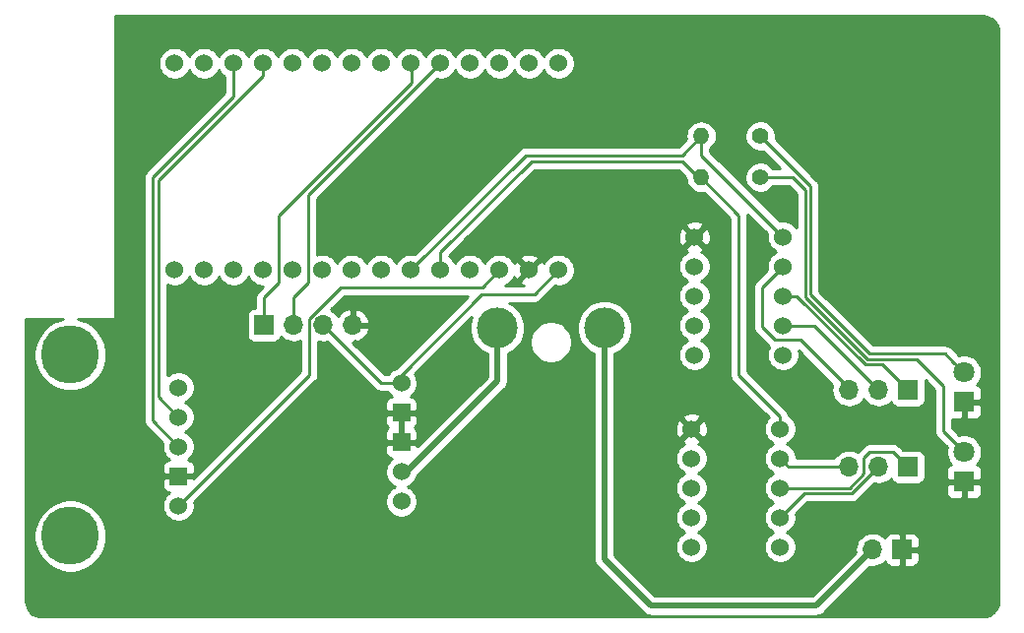
<source format=gbr>
G04 #@! TF.GenerationSoftware,KiCad,Pcbnew,(5.1.4)-1*
G04 #@! TF.CreationDate,2020-04-21T16:32:33+02:00*
G04 #@! TF.ProjectId,Placa_lopy4,506c6163-615f-46c6-9f70-79342e6b6963,rev?*
G04 #@! TF.SameCoordinates,Original*
G04 #@! TF.FileFunction,Copper,L1,Top*
G04 #@! TF.FilePolarity,Positive*
%FSLAX46Y46*%
G04 Gerber Fmt 4.6, Leading zero omitted, Abs format (unit mm)*
G04 Created by KiCad (PCBNEW (5.1.4)-1) date 2020-04-21 16:32:33*
%MOMM*%
%LPD*%
G04 APERTURE LIST*
%ADD10O,1.700000X1.700000*%
%ADD11R,1.700000X1.700000*%
%ADD12C,1.524000*%
%ADD13C,5.000000*%
%ADD14R,1.524000X1.524000*%
%ADD15O,1.400000X1.400000*%
%ADD16C,1.400000*%
%ADD17C,3.500000*%
%ADD18C,1.800000*%
%ADD19R,1.800000X1.800000*%
%ADD20C,0.250000*%
%ADD21C,0.500000*%
%ADD22C,0.254000*%
G04 APERTURE END LIST*
D10*
X128778000Y-127254000D03*
X126238000Y-127254000D03*
X123698000Y-127254000D03*
D11*
X121158000Y-127254000D03*
D12*
X158164000Y-129832000D03*
X158164000Y-127292000D03*
X158164000Y-119672000D03*
X158164000Y-122212000D03*
X158164000Y-124752000D03*
X165784000Y-119672000D03*
X165784000Y-122212000D03*
X165784000Y-129832000D03*
X165784000Y-127292000D03*
X165784000Y-124752000D03*
X113470000Y-122522000D03*
X116010000Y-122522000D03*
X118550000Y-122522000D03*
X121090000Y-122522000D03*
X123630000Y-122522000D03*
X126170000Y-122522000D03*
X128710000Y-122522000D03*
X131250000Y-122522000D03*
X133790000Y-122522000D03*
X136330000Y-122522000D03*
X138870000Y-122522000D03*
X141410000Y-122522000D03*
X143950000Y-122522000D03*
X113470000Y-104742000D03*
X116010000Y-104742000D03*
X118550000Y-104742000D03*
X121090000Y-104742000D03*
X123630000Y-104742000D03*
X126170000Y-104742000D03*
X128710000Y-104742000D03*
X131250000Y-104742000D03*
X133790000Y-104742000D03*
X136330000Y-104742000D03*
X138870000Y-104742000D03*
X141410000Y-104742000D03*
X143950000Y-104742000D03*
X146490000Y-122522000D03*
X146490000Y-104742000D03*
D13*
X104508000Y-145400000D03*
X104508000Y-129800000D03*
D12*
X113808000Y-132620000D03*
X113808000Y-135160000D03*
X113808000Y-142780000D03*
D14*
X113808000Y-140240000D03*
D12*
X113808000Y-137700000D03*
X157910000Y-146342000D03*
X157910000Y-143802000D03*
X157910000Y-136182000D03*
X157910000Y-138722000D03*
X157910000Y-141262000D03*
X165530000Y-136182000D03*
X165530000Y-138722000D03*
X165530000Y-146342000D03*
X165530000Y-143802000D03*
X165530000Y-141262000D03*
X132962000Y-142408000D03*
X132962000Y-139868000D03*
D14*
X132962000Y-137328000D03*
X132962000Y-134788000D03*
D12*
X132962000Y-132248000D03*
D15*
X158750000Y-110998000D03*
D16*
X163830000Y-110998000D03*
D15*
X158750000Y-114554000D03*
D16*
X163830000Y-114554000D03*
D10*
X171450000Y-132842000D03*
X173990000Y-132842000D03*
D11*
X176530000Y-132842000D03*
D10*
X171450000Y-139446000D03*
X173990000Y-139446000D03*
D11*
X176530000Y-139446000D03*
D10*
X173482000Y-146558000D03*
D11*
X176022000Y-146558000D03*
D17*
X150424000Y-127508000D03*
X141224000Y-127508000D03*
D18*
X181356000Y-131318000D03*
D19*
X181356000Y-133858000D03*
D18*
X181356000Y-138176000D03*
D19*
X181356000Y-140716000D03*
D20*
X179578000Y-136398000D02*
X181356000Y-138176000D01*
X179578000Y-132478000D02*
X179578000Y-136398000D01*
X166624000Y-114554000D02*
X167700000Y-115630000D01*
X163830000Y-114554000D02*
X166624000Y-114554000D01*
X167700000Y-115630000D02*
X167700000Y-124850000D01*
X167700000Y-124850000D02*
X173028000Y-130178000D01*
X173028000Y-130178000D02*
X177278000Y-130178000D01*
X177278000Y-130178000D02*
X179578000Y-132478000D01*
X180456001Y-130418001D02*
X181356000Y-131318000D01*
X179765990Y-129727990D02*
X180456001Y-130418001D01*
X168150000Y-115318000D02*
X168150000Y-124650000D01*
X163830000Y-110998000D02*
X168150000Y-115318000D01*
X168150000Y-124650000D02*
X173200000Y-129700000D01*
X173200000Y-129700000D02*
X173200000Y-129713590D01*
X173200000Y-129713590D02*
X173214400Y-129727990D01*
X173214400Y-129727990D02*
X179765990Y-129727990D01*
D21*
X150424000Y-127508000D02*
X150424000Y-147376000D01*
X150424000Y-147376000D02*
X154432000Y-151384000D01*
X168656000Y-151384000D02*
X173482000Y-146558000D01*
X154432000Y-151384000D02*
X168656000Y-151384000D01*
D20*
X133436000Y-139868000D02*
X132962000Y-139868000D01*
D21*
X141224000Y-127508000D02*
X141224000Y-132080000D01*
X141224000Y-132080000D02*
X133436000Y-139868000D01*
D20*
X166254000Y-139446000D02*
X165530000Y-138722000D01*
X171450000Y-139446000D02*
X166254000Y-139446000D01*
X167600000Y-141732000D02*
X165530000Y-143802000D01*
X173990000Y-139446000D02*
X171704000Y-141732000D01*
X171704000Y-141732000D02*
X167600000Y-141732000D01*
X171519501Y-141262000D02*
X166607630Y-141262000D01*
X166607630Y-141262000D02*
X165530000Y-141262000D01*
X175260000Y-138176000D02*
X173247499Y-138176000D01*
X176530000Y-139446000D02*
X175260000Y-138176000D01*
X173247499Y-138176000D02*
X172720000Y-138703499D01*
X172720000Y-138703499D02*
X172720000Y-140061501D01*
X172720000Y-140061501D02*
X171519501Y-141262000D01*
X165022001Y-122973999D02*
X165784000Y-122212000D01*
X171450000Y-132700000D02*
X167274000Y-128524000D01*
X171450000Y-132842000D02*
X171450000Y-132700000D01*
X167274000Y-128524000D02*
X165100000Y-128524000D01*
X165100000Y-128524000D02*
X164000000Y-127424000D01*
X164000000Y-127424000D02*
X164000000Y-123996000D01*
X164000000Y-123996000D02*
X165022001Y-122973999D01*
X168440000Y-127292000D02*
X165784000Y-127292000D01*
X173990000Y-132842000D02*
X168440000Y-127292000D01*
X166952000Y-124752000D02*
X165784000Y-124752000D01*
X172850000Y-130650000D02*
X166952000Y-124752000D01*
X176530000Y-132842000D02*
X174338000Y-130650000D01*
X174338000Y-130650000D02*
X172850000Y-130650000D01*
X136330000Y-120972000D02*
X136330000Y-122522000D01*
X144152000Y-113150000D02*
X136330000Y-120972000D01*
X157100000Y-113150000D02*
X144152000Y-113150000D01*
X158750000Y-114554000D02*
X158504000Y-114554000D01*
X158504000Y-114554000D02*
X157100000Y-113150000D01*
X162000000Y-117804000D02*
X158750000Y-114554000D01*
X162000000Y-131574370D02*
X162000000Y-117804000D01*
X165530000Y-136182000D02*
X165530000Y-135104370D01*
X165530000Y-135104370D02*
X162000000Y-131574370D01*
X158750000Y-112638000D02*
X165784000Y-119672000D01*
X158750000Y-110998000D02*
X158750000Y-112638000D01*
X143662000Y-112650000D02*
X133790000Y-122522000D01*
X158750000Y-110998000D02*
X157098000Y-112650000D01*
X157098000Y-112650000D02*
X143662000Y-112650000D01*
X131232000Y-132248000D02*
X132962000Y-132248000D01*
X126238000Y-127254000D02*
X131232000Y-132248000D01*
X144412000Y-124600000D02*
X146490000Y-122522000D01*
X139900000Y-124600000D02*
X144412000Y-124600000D01*
X132962000Y-132248000D02*
X132962000Y-131538000D01*
X132962000Y-131538000D02*
X139900000Y-124600000D01*
X123650000Y-127206000D02*
X123698000Y-127254000D01*
X123650000Y-124900000D02*
X123650000Y-127206000D01*
X124968000Y-123582000D02*
X123650000Y-124900000D01*
X136330000Y-104742000D02*
X124968000Y-116104000D01*
X124968000Y-116104000D02*
X124968000Y-123582000D01*
X133858000Y-104810000D02*
X133790000Y-104742000D01*
X133858000Y-106426000D02*
X133858000Y-104810000D01*
X122428000Y-117856000D02*
X133858000Y-106426000D01*
X122428000Y-123631000D02*
X122428000Y-117856000D01*
X121158000Y-127254000D02*
X121158000Y-124901000D01*
X121158000Y-124901000D02*
X122428000Y-123631000D01*
X113808000Y-135160000D02*
X112100000Y-133452000D01*
X112100000Y-133452000D02*
X112100000Y-114809630D01*
X121090000Y-105819630D02*
X121090000Y-104742000D01*
X112100000Y-114809630D02*
X121090000Y-105819630D01*
X139932000Y-124000000D02*
X141410000Y-122522000D01*
X127752998Y-124000000D02*
X139932000Y-124000000D01*
X125062999Y-126689999D02*
X127752998Y-124000000D01*
X113808000Y-142780000D02*
X125062999Y-131525001D01*
X125062999Y-131525001D02*
X125062999Y-126689999D01*
X118550000Y-107600000D02*
X118550000Y-104742000D01*
X111600000Y-114550000D02*
X118550000Y-107600000D01*
X113808000Y-137700000D02*
X111600000Y-135492000D01*
X111600000Y-135492000D02*
X111600000Y-114550000D01*
D22*
G36*
X183254782Y-100713267D02*
G01*
X183499855Y-100787259D01*
X183725890Y-100907443D01*
X183924281Y-101069248D01*
X184087460Y-101266497D01*
X184209220Y-101491687D01*
X184284924Y-101736247D01*
X184315000Y-102022398D01*
X184315001Y-150966484D01*
X184286733Y-151254782D01*
X184212741Y-151499855D01*
X184092554Y-151725893D01*
X183930754Y-151924279D01*
X183733503Y-152087460D01*
X183508310Y-152209221D01*
X183263753Y-152284924D01*
X182977602Y-152315000D01*
X102033505Y-152315000D01*
X101745218Y-152286733D01*
X101500145Y-152212741D01*
X101274107Y-152092554D01*
X101075721Y-151930754D01*
X100912540Y-151733503D01*
X100790779Y-151508310D01*
X100715076Y-151263753D01*
X100685000Y-150977602D01*
X100685000Y-145091229D01*
X101373000Y-145091229D01*
X101373000Y-145708771D01*
X101493476Y-146314446D01*
X101729799Y-146884979D01*
X102072886Y-147398446D01*
X102509554Y-147835114D01*
X103023021Y-148178201D01*
X103593554Y-148414524D01*
X104199229Y-148535000D01*
X104816771Y-148535000D01*
X105422446Y-148414524D01*
X105992979Y-148178201D01*
X106506446Y-147835114D01*
X106943114Y-147398446D01*
X107286201Y-146884979D01*
X107522524Y-146314446D01*
X107643000Y-145708771D01*
X107643000Y-145091229D01*
X107522524Y-144485554D01*
X107286201Y-143915021D01*
X106943114Y-143401554D01*
X106506446Y-142964886D01*
X105992979Y-142621799D01*
X105422446Y-142385476D01*
X104816771Y-142265000D01*
X104199229Y-142265000D01*
X103593554Y-142385476D01*
X103023021Y-142621799D01*
X102509554Y-142964886D01*
X102072886Y-143401554D01*
X101729799Y-143915021D01*
X101493476Y-144485554D01*
X101373000Y-145091229D01*
X100685000Y-145091229D01*
X100685000Y-126727000D01*
X103887533Y-126727000D01*
X103593554Y-126785476D01*
X103023021Y-127021799D01*
X102509554Y-127364886D01*
X102072886Y-127801554D01*
X101729799Y-128315021D01*
X101493476Y-128885554D01*
X101373000Y-129491229D01*
X101373000Y-130108771D01*
X101493476Y-130714446D01*
X101729799Y-131284979D01*
X102072886Y-131798446D01*
X102509554Y-132235114D01*
X103023021Y-132578201D01*
X103593554Y-132814524D01*
X104199229Y-132935000D01*
X104816771Y-132935000D01*
X105422446Y-132814524D01*
X105992979Y-132578201D01*
X106506446Y-132235114D01*
X106943114Y-131798446D01*
X107286201Y-131284979D01*
X107522524Y-130714446D01*
X107643000Y-130108771D01*
X107643000Y-129491229D01*
X107522524Y-128885554D01*
X107286201Y-128315021D01*
X106943114Y-127801554D01*
X106506446Y-127364886D01*
X105992979Y-127021799D01*
X105422446Y-126785476D01*
X105128467Y-126727000D01*
X108200000Y-126727000D01*
X108224776Y-126724560D01*
X108248601Y-126717333D01*
X108270557Y-126705597D01*
X108289803Y-126689803D01*
X108305597Y-126670557D01*
X108317333Y-126648601D01*
X108324560Y-126624776D01*
X108327000Y-126600037D01*
X108330486Y-114550000D01*
X110836324Y-114550000D01*
X110840001Y-114587333D01*
X110840000Y-135454678D01*
X110836324Y-135492000D01*
X110840000Y-135529322D01*
X110840000Y-135529332D01*
X110850997Y-135640985D01*
X110888017Y-135763026D01*
X110894454Y-135784246D01*
X110965026Y-135916276D01*
X111004871Y-135964826D01*
X111059999Y-136032001D01*
X111089003Y-136055804D01*
X112441628Y-137408430D01*
X112411000Y-137562408D01*
X112411000Y-137837592D01*
X112464686Y-138107490D01*
X112569995Y-138361727D01*
X112722880Y-138590535D01*
X112917465Y-138785120D01*
X113005465Y-138843920D01*
X112921518Y-138852188D01*
X112801820Y-138888498D01*
X112691506Y-138947463D01*
X112594815Y-139026815D01*
X112515463Y-139123506D01*
X112456498Y-139233820D01*
X112420188Y-139353518D01*
X112407928Y-139478000D01*
X112411000Y-139954250D01*
X112569750Y-140113000D01*
X113681000Y-140113000D01*
X113681000Y-140093000D01*
X113935000Y-140093000D01*
X113935000Y-140113000D01*
X115046250Y-140113000D01*
X115205000Y-139954250D01*
X115208072Y-139478000D01*
X115195812Y-139353518D01*
X115159502Y-139233820D01*
X115100537Y-139123506D01*
X115021185Y-139026815D01*
X114924494Y-138947463D01*
X114814180Y-138888498D01*
X114694482Y-138852188D01*
X114610535Y-138843920D01*
X114698535Y-138785120D01*
X114893120Y-138590535D01*
X115046005Y-138361727D01*
X115151314Y-138107490D01*
X115205000Y-137837592D01*
X115205000Y-137562408D01*
X115151314Y-137292510D01*
X115046005Y-137038273D01*
X114893120Y-136809465D01*
X114698535Y-136614880D01*
X114469727Y-136461995D01*
X114392485Y-136430000D01*
X114469727Y-136398005D01*
X114698535Y-136245120D01*
X114893120Y-136050535D01*
X115046005Y-135821727D01*
X115151314Y-135567490D01*
X115205000Y-135297592D01*
X115205000Y-135022408D01*
X115151314Y-134752510D01*
X115046005Y-134498273D01*
X114893120Y-134269465D01*
X114698535Y-134074880D01*
X114469727Y-133921995D01*
X114392485Y-133890000D01*
X114469727Y-133858005D01*
X114698535Y-133705120D01*
X114893120Y-133510535D01*
X115046005Y-133281727D01*
X115151314Y-133027490D01*
X115205000Y-132757592D01*
X115205000Y-132482408D01*
X115151314Y-132212510D01*
X115046005Y-131958273D01*
X114893120Y-131729465D01*
X114698535Y-131534880D01*
X114469727Y-131381995D01*
X114215490Y-131276686D01*
X113945592Y-131223000D01*
X113670408Y-131223000D01*
X113400510Y-131276686D01*
X113146273Y-131381995D01*
X112917465Y-131534880D01*
X112860000Y-131592345D01*
X112860000Y-123781431D01*
X113062510Y-123865314D01*
X113332408Y-123919000D01*
X113607592Y-123919000D01*
X113877490Y-123865314D01*
X114131727Y-123760005D01*
X114360535Y-123607120D01*
X114555120Y-123412535D01*
X114708005Y-123183727D01*
X114740000Y-123106485D01*
X114771995Y-123183727D01*
X114924880Y-123412535D01*
X115119465Y-123607120D01*
X115348273Y-123760005D01*
X115602510Y-123865314D01*
X115872408Y-123919000D01*
X116147592Y-123919000D01*
X116417490Y-123865314D01*
X116671727Y-123760005D01*
X116900535Y-123607120D01*
X117095120Y-123412535D01*
X117248005Y-123183727D01*
X117280000Y-123106485D01*
X117311995Y-123183727D01*
X117464880Y-123412535D01*
X117659465Y-123607120D01*
X117888273Y-123760005D01*
X118142510Y-123865314D01*
X118412408Y-123919000D01*
X118687592Y-123919000D01*
X118957490Y-123865314D01*
X119211727Y-123760005D01*
X119440535Y-123607120D01*
X119635120Y-123412535D01*
X119788005Y-123183727D01*
X119820000Y-123106485D01*
X119851995Y-123183727D01*
X120004880Y-123412535D01*
X120199465Y-123607120D01*
X120428273Y-123760005D01*
X120682510Y-123865314D01*
X120952408Y-123919000D01*
X121065199Y-123919000D01*
X120646998Y-124337201D01*
X120618000Y-124360999D01*
X120594202Y-124389997D01*
X120594201Y-124389998D01*
X120523026Y-124476724D01*
X120452454Y-124608754D01*
X120445714Y-124630974D01*
X120408998Y-124752014D01*
X120398099Y-124862668D01*
X120394324Y-124901000D01*
X120398001Y-124938332D01*
X120398001Y-125765928D01*
X120308000Y-125765928D01*
X120183518Y-125778188D01*
X120063820Y-125814498D01*
X119953506Y-125873463D01*
X119856815Y-125952815D01*
X119777463Y-126049506D01*
X119718498Y-126159820D01*
X119682188Y-126279518D01*
X119669928Y-126404000D01*
X119669928Y-128104000D01*
X119682188Y-128228482D01*
X119718498Y-128348180D01*
X119777463Y-128458494D01*
X119856815Y-128555185D01*
X119953506Y-128634537D01*
X120063820Y-128693502D01*
X120183518Y-128729812D01*
X120308000Y-128742072D01*
X122008000Y-128742072D01*
X122132482Y-128729812D01*
X122252180Y-128693502D01*
X122362494Y-128634537D01*
X122459185Y-128555185D01*
X122538537Y-128458494D01*
X122597502Y-128348180D01*
X122618393Y-128279313D01*
X122642866Y-128309134D01*
X122868986Y-128494706D01*
X123126966Y-128632599D01*
X123406889Y-128717513D01*
X123625050Y-128739000D01*
X123770950Y-128739000D01*
X123989111Y-128717513D01*
X124269034Y-128632599D01*
X124303000Y-128614444D01*
X124302999Y-131210199D01*
X115096224Y-140416974D01*
X115046250Y-140367000D01*
X113935000Y-140367000D01*
X113935000Y-140387000D01*
X113681000Y-140387000D01*
X113681000Y-140367000D01*
X112569750Y-140367000D01*
X112411000Y-140525750D01*
X112407928Y-141002000D01*
X112420188Y-141126482D01*
X112456498Y-141246180D01*
X112515463Y-141356494D01*
X112594815Y-141453185D01*
X112691506Y-141532537D01*
X112801820Y-141591502D01*
X112921518Y-141627812D01*
X113005465Y-141636080D01*
X112917465Y-141694880D01*
X112722880Y-141889465D01*
X112569995Y-142118273D01*
X112464686Y-142372510D01*
X112411000Y-142642408D01*
X112411000Y-142917592D01*
X112464686Y-143187490D01*
X112569995Y-143441727D01*
X112722880Y-143670535D01*
X112917465Y-143865120D01*
X113146273Y-144018005D01*
X113400510Y-144123314D01*
X113670408Y-144177000D01*
X113945592Y-144177000D01*
X114215490Y-144123314D01*
X114469727Y-144018005D01*
X114698535Y-143865120D01*
X114893120Y-143670535D01*
X115046005Y-143441727D01*
X115151314Y-143187490D01*
X115205000Y-142917592D01*
X115205000Y-142642408D01*
X115174372Y-142488429D01*
X122112801Y-135550000D01*
X131561928Y-135550000D01*
X131574188Y-135674482D01*
X131610498Y-135794180D01*
X131669463Y-135904494D01*
X131748815Y-136001185D01*
X131818044Y-136058000D01*
X131748815Y-136114815D01*
X131669463Y-136211506D01*
X131610498Y-136321820D01*
X131574188Y-136441518D01*
X131561928Y-136566000D01*
X131565000Y-137042250D01*
X131723750Y-137201000D01*
X132835000Y-137201000D01*
X132835000Y-136089750D01*
X132803250Y-136058000D01*
X132835000Y-136026250D01*
X132835000Y-134915000D01*
X133089000Y-134915000D01*
X133089000Y-136026250D01*
X133120750Y-136058000D01*
X133089000Y-136089750D01*
X133089000Y-137201000D01*
X134200250Y-137201000D01*
X134359000Y-137042250D01*
X134362072Y-136566000D01*
X134349812Y-136441518D01*
X134313502Y-136321820D01*
X134254537Y-136211506D01*
X134175185Y-136114815D01*
X134105956Y-136058000D01*
X134175185Y-136001185D01*
X134254537Y-135904494D01*
X134313502Y-135794180D01*
X134349812Y-135674482D01*
X134362072Y-135550000D01*
X134359000Y-135073750D01*
X134200250Y-134915000D01*
X133089000Y-134915000D01*
X132835000Y-134915000D01*
X131723750Y-134915000D01*
X131565000Y-135073750D01*
X131561928Y-135550000D01*
X122112801Y-135550000D01*
X125574003Y-132088799D01*
X125603000Y-132065002D01*
X125697973Y-131949277D01*
X125768545Y-131817248D01*
X125812002Y-131673987D01*
X125822999Y-131562334D01*
X125822999Y-131562325D01*
X125826675Y-131525002D01*
X125822999Y-131487679D01*
X125822999Y-128679931D01*
X125946889Y-128717513D01*
X126165050Y-128739000D01*
X126310950Y-128739000D01*
X126529111Y-128717513D01*
X126603996Y-128694797D01*
X130668201Y-132759003D01*
X130691999Y-132788001D01*
X130720997Y-132811799D01*
X130807724Y-132882974D01*
X130939753Y-132953546D01*
X131083014Y-132997003D01*
X131232000Y-133011677D01*
X131269333Y-133008000D01*
X131789659Y-133008000D01*
X131876880Y-133138535D01*
X132071465Y-133333120D01*
X132159465Y-133391920D01*
X132075518Y-133400188D01*
X131955820Y-133436498D01*
X131845506Y-133495463D01*
X131748815Y-133574815D01*
X131669463Y-133671506D01*
X131610498Y-133781820D01*
X131574188Y-133901518D01*
X131561928Y-134026000D01*
X131565000Y-134502250D01*
X131723750Y-134661000D01*
X132835000Y-134661000D01*
X132835000Y-134641000D01*
X133089000Y-134641000D01*
X133089000Y-134661000D01*
X134200250Y-134661000D01*
X134359000Y-134502250D01*
X134362072Y-134026000D01*
X134349812Y-133901518D01*
X134313502Y-133781820D01*
X134254537Y-133671506D01*
X134175185Y-133574815D01*
X134078494Y-133495463D01*
X133968180Y-133436498D01*
X133848482Y-133400188D01*
X133764535Y-133391920D01*
X133852535Y-133333120D01*
X134047120Y-133138535D01*
X134200005Y-132909727D01*
X134305314Y-132655490D01*
X134359000Y-132385592D01*
X134359000Y-132110408D01*
X134305314Y-131840510D01*
X134200005Y-131586273D01*
X134115299Y-131459502D01*
X139049570Y-126525231D01*
X138930654Y-126812321D01*
X138839000Y-127273098D01*
X138839000Y-127742902D01*
X138930654Y-128203679D01*
X139110440Y-128637721D01*
X139371450Y-129028349D01*
X139703651Y-129360550D01*
X140094279Y-129621560D01*
X140339000Y-129722927D01*
X140339001Y-131713420D01*
X134359511Y-137692911D01*
X134359000Y-137613750D01*
X134200250Y-137455000D01*
X133089000Y-137455000D01*
X133089000Y-137475000D01*
X132835000Y-137475000D01*
X132835000Y-137455000D01*
X131723750Y-137455000D01*
X131565000Y-137613750D01*
X131561928Y-138090000D01*
X131574188Y-138214482D01*
X131610498Y-138334180D01*
X131669463Y-138444494D01*
X131748815Y-138541185D01*
X131845506Y-138620537D01*
X131955820Y-138679502D01*
X132075518Y-138715812D01*
X132159465Y-138724080D01*
X132071465Y-138782880D01*
X131876880Y-138977465D01*
X131723995Y-139206273D01*
X131618686Y-139460510D01*
X131565000Y-139730408D01*
X131565000Y-140005592D01*
X131618686Y-140275490D01*
X131723995Y-140529727D01*
X131876880Y-140758535D01*
X132071465Y-140953120D01*
X132300273Y-141106005D01*
X132377515Y-141138000D01*
X132300273Y-141169995D01*
X132071465Y-141322880D01*
X131876880Y-141517465D01*
X131723995Y-141746273D01*
X131618686Y-142000510D01*
X131565000Y-142270408D01*
X131565000Y-142545592D01*
X131618686Y-142815490D01*
X131723995Y-143069727D01*
X131876880Y-143298535D01*
X132071465Y-143493120D01*
X132300273Y-143646005D01*
X132554510Y-143751314D01*
X132824408Y-143805000D01*
X133099592Y-143805000D01*
X133369490Y-143751314D01*
X133623727Y-143646005D01*
X133852535Y-143493120D01*
X134047120Y-143298535D01*
X134200005Y-143069727D01*
X134305314Y-142815490D01*
X134359000Y-142545592D01*
X134359000Y-142270408D01*
X134305314Y-142000510D01*
X134200005Y-141746273D01*
X134047120Y-141517465D01*
X133852535Y-141322880D01*
X133623727Y-141169995D01*
X133546485Y-141138000D01*
X133623727Y-141106005D01*
X133852535Y-140953120D01*
X134047120Y-140758535D01*
X134200005Y-140529727D01*
X134305314Y-140275490D01*
X134311578Y-140244000D01*
X141819049Y-132736530D01*
X141852817Y-132708817D01*
X141919976Y-132626985D01*
X141963410Y-132574060D01*
X141975728Y-132551015D01*
X142045589Y-132420313D01*
X142096195Y-132253490D01*
X142109000Y-132123477D01*
X142109000Y-132123467D01*
X142113281Y-132080001D01*
X142109000Y-132036535D01*
X142109000Y-129722927D01*
X142353721Y-129621560D01*
X142744349Y-129360550D01*
X143076550Y-129028349D01*
X143337560Y-128637721D01*
X143383311Y-128527268D01*
X143989000Y-128527268D01*
X143989000Y-128888732D01*
X144059518Y-129243250D01*
X144197844Y-129577199D01*
X144398662Y-129877744D01*
X144654256Y-130133338D01*
X144954801Y-130334156D01*
X145288750Y-130472482D01*
X145643268Y-130543000D01*
X146004732Y-130543000D01*
X146359250Y-130472482D01*
X146693199Y-130334156D01*
X146993744Y-130133338D01*
X147249338Y-129877744D01*
X147450156Y-129577199D01*
X147588482Y-129243250D01*
X147659000Y-128888732D01*
X147659000Y-128527268D01*
X147588482Y-128172750D01*
X147450156Y-127838801D01*
X147249338Y-127538256D01*
X146993744Y-127282662D01*
X146979431Y-127273098D01*
X148039000Y-127273098D01*
X148039000Y-127742902D01*
X148130654Y-128203679D01*
X148310440Y-128637721D01*
X148571450Y-129028349D01*
X148903651Y-129360550D01*
X149294279Y-129621560D01*
X149539000Y-129722927D01*
X149539001Y-147332521D01*
X149534719Y-147376000D01*
X149551805Y-147549490D01*
X149602412Y-147716313D01*
X149684590Y-147870059D01*
X149767468Y-147971046D01*
X149767471Y-147971049D01*
X149795184Y-148004817D01*
X149828951Y-148032530D01*
X153775470Y-151979049D01*
X153803183Y-152012817D01*
X153836951Y-152040530D01*
X153836953Y-152040532D01*
X153872514Y-152069716D01*
X153937941Y-152123411D01*
X154091687Y-152205589D01*
X154169541Y-152229206D01*
X154258509Y-152256195D01*
X154273306Y-152257652D01*
X154388523Y-152269000D01*
X154388531Y-152269000D01*
X154432000Y-152273281D01*
X154475469Y-152269000D01*
X168612531Y-152269000D01*
X168656000Y-152273281D01*
X168699469Y-152269000D01*
X168699477Y-152269000D01*
X168829490Y-152256195D01*
X168996313Y-152205589D01*
X169150059Y-152123411D01*
X169284817Y-152012817D01*
X169312534Y-151979044D01*
X173262967Y-148028612D01*
X173409050Y-148043000D01*
X173554950Y-148043000D01*
X173773111Y-148021513D01*
X174053034Y-147936599D01*
X174311014Y-147798706D01*
X174537134Y-147613134D01*
X174561607Y-147583313D01*
X174582498Y-147652180D01*
X174641463Y-147762494D01*
X174720815Y-147859185D01*
X174817506Y-147938537D01*
X174927820Y-147997502D01*
X175047518Y-148033812D01*
X175172000Y-148046072D01*
X175736250Y-148043000D01*
X175895000Y-147884250D01*
X175895000Y-146685000D01*
X176149000Y-146685000D01*
X176149000Y-147884250D01*
X176307750Y-148043000D01*
X176872000Y-148046072D01*
X176996482Y-148033812D01*
X177116180Y-147997502D01*
X177226494Y-147938537D01*
X177323185Y-147859185D01*
X177402537Y-147762494D01*
X177461502Y-147652180D01*
X177497812Y-147532482D01*
X177510072Y-147408000D01*
X177507000Y-146843750D01*
X177348250Y-146685000D01*
X176149000Y-146685000D01*
X175895000Y-146685000D01*
X175875000Y-146685000D01*
X175875000Y-146431000D01*
X175895000Y-146431000D01*
X175895000Y-145231750D01*
X176149000Y-145231750D01*
X176149000Y-146431000D01*
X177348250Y-146431000D01*
X177507000Y-146272250D01*
X177510072Y-145708000D01*
X177497812Y-145583518D01*
X177461502Y-145463820D01*
X177402537Y-145353506D01*
X177323185Y-145256815D01*
X177226494Y-145177463D01*
X177116180Y-145118498D01*
X176996482Y-145082188D01*
X176872000Y-145069928D01*
X176307750Y-145073000D01*
X176149000Y-145231750D01*
X175895000Y-145231750D01*
X175736250Y-145073000D01*
X175172000Y-145069928D01*
X175047518Y-145082188D01*
X174927820Y-145118498D01*
X174817506Y-145177463D01*
X174720815Y-145256815D01*
X174641463Y-145353506D01*
X174582498Y-145463820D01*
X174561607Y-145532687D01*
X174537134Y-145502866D01*
X174311014Y-145317294D01*
X174053034Y-145179401D01*
X173773111Y-145094487D01*
X173554950Y-145073000D01*
X173409050Y-145073000D01*
X173190889Y-145094487D01*
X172910966Y-145179401D01*
X172652986Y-145317294D01*
X172426866Y-145502866D01*
X172241294Y-145728986D01*
X172103401Y-145986966D01*
X172018487Y-146266889D01*
X171989815Y-146558000D01*
X172011388Y-146777033D01*
X168289422Y-150499000D01*
X154798579Y-150499000D01*
X151309000Y-147009422D01*
X151309000Y-138584408D01*
X156513000Y-138584408D01*
X156513000Y-138859592D01*
X156566686Y-139129490D01*
X156671995Y-139383727D01*
X156824880Y-139612535D01*
X157019465Y-139807120D01*
X157248273Y-139960005D01*
X157325515Y-139992000D01*
X157248273Y-140023995D01*
X157019465Y-140176880D01*
X156824880Y-140371465D01*
X156671995Y-140600273D01*
X156566686Y-140854510D01*
X156513000Y-141124408D01*
X156513000Y-141399592D01*
X156566686Y-141669490D01*
X156671995Y-141923727D01*
X156824880Y-142152535D01*
X157019465Y-142347120D01*
X157248273Y-142500005D01*
X157325515Y-142532000D01*
X157248273Y-142563995D01*
X157019465Y-142716880D01*
X156824880Y-142911465D01*
X156671995Y-143140273D01*
X156566686Y-143394510D01*
X156513000Y-143664408D01*
X156513000Y-143939592D01*
X156566686Y-144209490D01*
X156671995Y-144463727D01*
X156824880Y-144692535D01*
X157019465Y-144887120D01*
X157248273Y-145040005D01*
X157325515Y-145072000D01*
X157248273Y-145103995D01*
X157019465Y-145256880D01*
X156824880Y-145451465D01*
X156671995Y-145680273D01*
X156566686Y-145934510D01*
X156513000Y-146204408D01*
X156513000Y-146479592D01*
X156566686Y-146749490D01*
X156671995Y-147003727D01*
X156824880Y-147232535D01*
X157019465Y-147427120D01*
X157248273Y-147580005D01*
X157502510Y-147685314D01*
X157772408Y-147739000D01*
X158047592Y-147739000D01*
X158317490Y-147685314D01*
X158571727Y-147580005D01*
X158800535Y-147427120D01*
X158995120Y-147232535D01*
X159148005Y-147003727D01*
X159253314Y-146749490D01*
X159307000Y-146479592D01*
X159307000Y-146204408D01*
X159253314Y-145934510D01*
X159148005Y-145680273D01*
X158995120Y-145451465D01*
X158800535Y-145256880D01*
X158571727Y-145103995D01*
X158494485Y-145072000D01*
X158571727Y-145040005D01*
X158800535Y-144887120D01*
X158995120Y-144692535D01*
X159148005Y-144463727D01*
X159253314Y-144209490D01*
X159307000Y-143939592D01*
X159307000Y-143664408D01*
X159253314Y-143394510D01*
X159148005Y-143140273D01*
X158995120Y-142911465D01*
X158800535Y-142716880D01*
X158571727Y-142563995D01*
X158494485Y-142532000D01*
X158571727Y-142500005D01*
X158800535Y-142347120D01*
X158995120Y-142152535D01*
X159148005Y-141923727D01*
X159253314Y-141669490D01*
X159307000Y-141399592D01*
X159307000Y-141124408D01*
X159253314Y-140854510D01*
X159148005Y-140600273D01*
X158995120Y-140371465D01*
X158800535Y-140176880D01*
X158571727Y-140023995D01*
X158494485Y-139992000D01*
X158571727Y-139960005D01*
X158800535Y-139807120D01*
X158995120Y-139612535D01*
X159148005Y-139383727D01*
X159253314Y-139129490D01*
X159307000Y-138859592D01*
X159307000Y-138584408D01*
X159253314Y-138314510D01*
X159148005Y-138060273D01*
X158995120Y-137831465D01*
X158800535Y-137636880D01*
X158571727Y-137483995D01*
X158500057Y-137454308D01*
X158513023Y-137449636D01*
X158628980Y-137387656D01*
X158695960Y-137147565D01*
X157910000Y-136361605D01*
X157124040Y-137147565D01*
X157191020Y-137387656D01*
X157326760Y-137451485D01*
X157248273Y-137483995D01*
X157019465Y-137636880D01*
X156824880Y-137831465D01*
X156671995Y-138060273D01*
X156566686Y-138314510D01*
X156513000Y-138584408D01*
X151309000Y-138584408D01*
X151309000Y-136254017D01*
X156508090Y-136254017D01*
X156549078Y-136526133D01*
X156642364Y-136785023D01*
X156704344Y-136900980D01*
X156944435Y-136967960D01*
X157730395Y-136182000D01*
X158089605Y-136182000D01*
X158875565Y-136967960D01*
X159115656Y-136900980D01*
X159232756Y-136651952D01*
X159299023Y-136384865D01*
X159311910Y-136109983D01*
X159270922Y-135837867D01*
X159177636Y-135578977D01*
X159115656Y-135463020D01*
X158875565Y-135396040D01*
X158089605Y-136182000D01*
X157730395Y-136182000D01*
X156944435Y-135396040D01*
X156704344Y-135463020D01*
X156587244Y-135712048D01*
X156520977Y-135979135D01*
X156508090Y-136254017D01*
X151309000Y-136254017D01*
X151309000Y-135216435D01*
X157124040Y-135216435D01*
X157910000Y-136002395D01*
X158695960Y-135216435D01*
X158628980Y-134976344D01*
X158379952Y-134859244D01*
X158112865Y-134792977D01*
X157837983Y-134780090D01*
X157565867Y-134821078D01*
X157306977Y-134914364D01*
X157191020Y-134976344D01*
X157124040Y-135216435D01*
X151309000Y-135216435D01*
X151309000Y-129722927D01*
X151553721Y-129621560D01*
X151944349Y-129360550D01*
X152276550Y-129028349D01*
X152537560Y-128637721D01*
X152717346Y-128203679D01*
X152809000Y-127742902D01*
X152809000Y-127273098D01*
X152717346Y-126812321D01*
X152537560Y-126378279D01*
X152276550Y-125987651D01*
X151944349Y-125655450D01*
X151553721Y-125394440D01*
X151119679Y-125214654D01*
X150658902Y-125123000D01*
X150189098Y-125123000D01*
X149728321Y-125214654D01*
X149294279Y-125394440D01*
X148903651Y-125655450D01*
X148571450Y-125987651D01*
X148310440Y-126378279D01*
X148130654Y-126812321D01*
X148039000Y-127273098D01*
X146979431Y-127273098D01*
X146693199Y-127081844D01*
X146359250Y-126943518D01*
X146004732Y-126873000D01*
X145643268Y-126873000D01*
X145288750Y-126943518D01*
X144954801Y-127081844D01*
X144654256Y-127282662D01*
X144398662Y-127538256D01*
X144197844Y-127838801D01*
X144059518Y-128172750D01*
X143989000Y-128527268D01*
X143383311Y-128527268D01*
X143517346Y-128203679D01*
X143609000Y-127742902D01*
X143609000Y-127273098D01*
X143517346Y-126812321D01*
X143337560Y-126378279D01*
X143076550Y-125987651D01*
X142744349Y-125655450D01*
X142353721Y-125394440D01*
X142270575Y-125360000D01*
X144374678Y-125360000D01*
X144412000Y-125363676D01*
X144449322Y-125360000D01*
X144449333Y-125360000D01*
X144560986Y-125349003D01*
X144704247Y-125305546D01*
X144836276Y-125234974D01*
X144952001Y-125140001D01*
X144975804Y-125110997D01*
X146198430Y-123888372D01*
X146352408Y-123919000D01*
X146627592Y-123919000D01*
X146897490Y-123865314D01*
X147151727Y-123760005D01*
X147380535Y-123607120D01*
X147575120Y-123412535D01*
X147728005Y-123183727D01*
X147833314Y-122929490D01*
X147887000Y-122659592D01*
X147887000Y-122384408D01*
X147833314Y-122114510D01*
X147816704Y-122074408D01*
X156767000Y-122074408D01*
X156767000Y-122349592D01*
X156820686Y-122619490D01*
X156925995Y-122873727D01*
X157078880Y-123102535D01*
X157273465Y-123297120D01*
X157502273Y-123450005D01*
X157579515Y-123482000D01*
X157502273Y-123513995D01*
X157273465Y-123666880D01*
X157078880Y-123861465D01*
X156925995Y-124090273D01*
X156820686Y-124344510D01*
X156767000Y-124614408D01*
X156767000Y-124889592D01*
X156820686Y-125159490D01*
X156925995Y-125413727D01*
X157078880Y-125642535D01*
X157273465Y-125837120D01*
X157502273Y-125990005D01*
X157579515Y-126022000D01*
X157502273Y-126053995D01*
X157273465Y-126206880D01*
X157078880Y-126401465D01*
X156925995Y-126630273D01*
X156820686Y-126884510D01*
X156767000Y-127154408D01*
X156767000Y-127429592D01*
X156820686Y-127699490D01*
X156925995Y-127953727D01*
X157078880Y-128182535D01*
X157273465Y-128377120D01*
X157502273Y-128530005D01*
X157579515Y-128562000D01*
X157502273Y-128593995D01*
X157273465Y-128746880D01*
X157078880Y-128941465D01*
X156925995Y-129170273D01*
X156820686Y-129424510D01*
X156767000Y-129694408D01*
X156767000Y-129969592D01*
X156820686Y-130239490D01*
X156925995Y-130493727D01*
X157078880Y-130722535D01*
X157273465Y-130917120D01*
X157502273Y-131070005D01*
X157756510Y-131175314D01*
X158026408Y-131229000D01*
X158301592Y-131229000D01*
X158571490Y-131175314D01*
X158825727Y-131070005D01*
X159054535Y-130917120D01*
X159249120Y-130722535D01*
X159402005Y-130493727D01*
X159507314Y-130239490D01*
X159561000Y-129969592D01*
X159561000Y-129694408D01*
X159507314Y-129424510D01*
X159402005Y-129170273D01*
X159249120Y-128941465D01*
X159054535Y-128746880D01*
X158825727Y-128593995D01*
X158748485Y-128562000D01*
X158825727Y-128530005D01*
X159054535Y-128377120D01*
X159249120Y-128182535D01*
X159402005Y-127953727D01*
X159507314Y-127699490D01*
X159561000Y-127429592D01*
X159561000Y-127154408D01*
X159507314Y-126884510D01*
X159402005Y-126630273D01*
X159249120Y-126401465D01*
X159054535Y-126206880D01*
X158825727Y-126053995D01*
X158748485Y-126022000D01*
X158825727Y-125990005D01*
X159054535Y-125837120D01*
X159249120Y-125642535D01*
X159402005Y-125413727D01*
X159507314Y-125159490D01*
X159561000Y-124889592D01*
X159561000Y-124614408D01*
X159507314Y-124344510D01*
X159402005Y-124090273D01*
X159249120Y-123861465D01*
X159054535Y-123666880D01*
X158825727Y-123513995D01*
X158748485Y-123482000D01*
X158825727Y-123450005D01*
X159054535Y-123297120D01*
X159249120Y-123102535D01*
X159402005Y-122873727D01*
X159507314Y-122619490D01*
X159561000Y-122349592D01*
X159561000Y-122074408D01*
X159507314Y-121804510D01*
X159402005Y-121550273D01*
X159249120Y-121321465D01*
X159054535Y-121126880D01*
X158825727Y-120973995D01*
X158754057Y-120944308D01*
X158767023Y-120939636D01*
X158882980Y-120877656D01*
X158949960Y-120637565D01*
X158164000Y-119851605D01*
X157378040Y-120637565D01*
X157445020Y-120877656D01*
X157580760Y-120941485D01*
X157502273Y-120973995D01*
X157273465Y-121126880D01*
X157078880Y-121321465D01*
X156925995Y-121550273D01*
X156820686Y-121804510D01*
X156767000Y-122074408D01*
X147816704Y-122074408D01*
X147728005Y-121860273D01*
X147575120Y-121631465D01*
X147380535Y-121436880D01*
X147151727Y-121283995D01*
X146897490Y-121178686D01*
X146627592Y-121125000D01*
X146352408Y-121125000D01*
X146082510Y-121178686D01*
X145828273Y-121283995D01*
X145599465Y-121436880D01*
X145404880Y-121631465D01*
X145251995Y-121860273D01*
X145222308Y-121931943D01*
X145217636Y-121918977D01*
X145155656Y-121803020D01*
X144915565Y-121736040D01*
X144129605Y-122522000D01*
X144143748Y-122536143D01*
X143964143Y-122715748D01*
X143950000Y-122701605D01*
X143164040Y-123487565D01*
X143231020Y-123727656D01*
X143469934Y-123840000D01*
X141878603Y-123840000D01*
X142071727Y-123760005D01*
X142300535Y-123607120D01*
X142495120Y-123412535D01*
X142648005Y-123183727D01*
X142677692Y-123112057D01*
X142682364Y-123125023D01*
X142744344Y-123240980D01*
X142984435Y-123307960D01*
X143770395Y-122522000D01*
X142984435Y-121736040D01*
X142744344Y-121803020D01*
X142680515Y-121938760D01*
X142648005Y-121860273D01*
X142495120Y-121631465D01*
X142420090Y-121556435D01*
X143164040Y-121556435D01*
X143950000Y-122342395D01*
X144735960Y-121556435D01*
X144668980Y-121316344D01*
X144419952Y-121199244D01*
X144152865Y-121132977D01*
X143877983Y-121120090D01*
X143605867Y-121161078D01*
X143346977Y-121254364D01*
X143231020Y-121316344D01*
X143164040Y-121556435D01*
X142420090Y-121556435D01*
X142300535Y-121436880D01*
X142071727Y-121283995D01*
X141817490Y-121178686D01*
X141547592Y-121125000D01*
X141272408Y-121125000D01*
X141002510Y-121178686D01*
X140748273Y-121283995D01*
X140519465Y-121436880D01*
X140324880Y-121631465D01*
X140171995Y-121860273D01*
X140140000Y-121937515D01*
X140108005Y-121860273D01*
X139955120Y-121631465D01*
X139760535Y-121436880D01*
X139531727Y-121283995D01*
X139277490Y-121178686D01*
X139007592Y-121125000D01*
X138732408Y-121125000D01*
X138462510Y-121178686D01*
X138208273Y-121283995D01*
X137979465Y-121436880D01*
X137784880Y-121631465D01*
X137631995Y-121860273D01*
X137600000Y-121937515D01*
X137568005Y-121860273D01*
X137415120Y-121631465D01*
X137220535Y-121436880D01*
X137090000Y-121349659D01*
X137090000Y-121286801D01*
X138632784Y-119744017D01*
X156762090Y-119744017D01*
X156803078Y-120016133D01*
X156896364Y-120275023D01*
X156958344Y-120390980D01*
X157198435Y-120457960D01*
X157984395Y-119672000D01*
X158343605Y-119672000D01*
X159129565Y-120457960D01*
X159369656Y-120390980D01*
X159486756Y-120141952D01*
X159553023Y-119874865D01*
X159565910Y-119599983D01*
X159524922Y-119327867D01*
X159431636Y-119068977D01*
X159369656Y-118953020D01*
X159129565Y-118886040D01*
X158343605Y-119672000D01*
X157984395Y-119672000D01*
X157198435Y-118886040D01*
X156958344Y-118953020D01*
X156841244Y-119202048D01*
X156774977Y-119469135D01*
X156762090Y-119744017D01*
X138632784Y-119744017D01*
X139670366Y-118706435D01*
X157378040Y-118706435D01*
X158164000Y-119492395D01*
X158949960Y-118706435D01*
X158882980Y-118466344D01*
X158633952Y-118349244D01*
X158366865Y-118282977D01*
X158091983Y-118270090D01*
X157819867Y-118311078D01*
X157560977Y-118404364D01*
X157445020Y-118466344D01*
X157378040Y-118706435D01*
X139670366Y-118706435D01*
X144466803Y-113910000D01*
X156785199Y-113910000D01*
X157410393Y-114535195D01*
X157408541Y-114554000D01*
X157434317Y-114815706D01*
X157510653Y-115067354D01*
X157634618Y-115299275D01*
X157801445Y-115502555D01*
X158004725Y-115669382D01*
X158236646Y-115793347D01*
X158488294Y-115869683D01*
X158684421Y-115889000D01*
X158815579Y-115889000D01*
X158992749Y-115871550D01*
X161240001Y-118118803D01*
X161240000Y-131537048D01*
X161236324Y-131574370D01*
X161240000Y-131611692D01*
X161240000Y-131611702D01*
X161250997Y-131723355D01*
X161286535Y-131840510D01*
X161294454Y-131866616D01*
X161365026Y-131998646D01*
X161395685Y-132036004D01*
X161459999Y-132114371D01*
X161489003Y-132138174D01*
X164543587Y-135192758D01*
X164444880Y-135291465D01*
X164291995Y-135520273D01*
X164186686Y-135774510D01*
X164133000Y-136044408D01*
X164133000Y-136319592D01*
X164186686Y-136589490D01*
X164291995Y-136843727D01*
X164444880Y-137072535D01*
X164639465Y-137267120D01*
X164868273Y-137420005D01*
X164945515Y-137452000D01*
X164868273Y-137483995D01*
X164639465Y-137636880D01*
X164444880Y-137831465D01*
X164291995Y-138060273D01*
X164186686Y-138314510D01*
X164133000Y-138584408D01*
X164133000Y-138859592D01*
X164186686Y-139129490D01*
X164291995Y-139383727D01*
X164444880Y-139612535D01*
X164639465Y-139807120D01*
X164868273Y-139960005D01*
X164945515Y-139992000D01*
X164868273Y-140023995D01*
X164639465Y-140176880D01*
X164444880Y-140371465D01*
X164291995Y-140600273D01*
X164186686Y-140854510D01*
X164133000Y-141124408D01*
X164133000Y-141399592D01*
X164186686Y-141669490D01*
X164291995Y-141923727D01*
X164444880Y-142152535D01*
X164639465Y-142347120D01*
X164868273Y-142500005D01*
X164945515Y-142532000D01*
X164868273Y-142563995D01*
X164639465Y-142716880D01*
X164444880Y-142911465D01*
X164291995Y-143140273D01*
X164186686Y-143394510D01*
X164133000Y-143664408D01*
X164133000Y-143939592D01*
X164186686Y-144209490D01*
X164291995Y-144463727D01*
X164444880Y-144692535D01*
X164639465Y-144887120D01*
X164868273Y-145040005D01*
X164945515Y-145072000D01*
X164868273Y-145103995D01*
X164639465Y-145256880D01*
X164444880Y-145451465D01*
X164291995Y-145680273D01*
X164186686Y-145934510D01*
X164133000Y-146204408D01*
X164133000Y-146479592D01*
X164186686Y-146749490D01*
X164291995Y-147003727D01*
X164444880Y-147232535D01*
X164639465Y-147427120D01*
X164868273Y-147580005D01*
X165122510Y-147685314D01*
X165392408Y-147739000D01*
X165667592Y-147739000D01*
X165937490Y-147685314D01*
X166191727Y-147580005D01*
X166420535Y-147427120D01*
X166615120Y-147232535D01*
X166768005Y-147003727D01*
X166873314Y-146749490D01*
X166927000Y-146479592D01*
X166927000Y-146204408D01*
X166873314Y-145934510D01*
X166768005Y-145680273D01*
X166615120Y-145451465D01*
X166420535Y-145256880D01*
X166191727Y-145103995D01*
X166114485Y-145072000D01*
X166191727Y-145040005D01*
X166420535Y-144887120D01*
X166615120Y-144692535D01*
X166768005Y-144463727D01*
X166873314Y-144209490D01*
X166927000Y-143939592D01*
X166927000Y-143664408D01*
X166896372Y-143510430D01*
X167914802Y-142492000D01*
X171666678Y-142492000D01*
X171704000Y-142495676D01*
X171741322Y-142492000D01*
X171741333Y-142492000D01*
X171852986Y-142481003D01*
X171996247Y-142437546D01*
X172128276Y-142366974D01*
X172244001Y-142272001D01*
X172267804Y-142242997D01*
X172894801Y-141616000D01*
X179817928Y-141616000D01*
X179830188Y-141740482D01*
X179866498Y-141860180D01*
X179925463Y-141970494D01*
X180004815Y-142067185D01*
X180101506Y-142146537D01*
X180211820Y-142205502D01*
X180331518Y-142241812D01*
X180456000Y-142254072D01*
X181070250Y-142251000D01*
X181229000Y-142092250D01*
X181229000Y-140843000D01*
X181483000Y-140843000D01*
X181483000Y-142092250D01*
X181641750Y-142251000D01*
X182256000Y-142254072D01*
X182380482Y-142241812D01*
X182500180Y-142205502D01*
X182610494Y-142146537D01*
X182707185Y-142067185D01*
X182786537Y-141970494D01*
X182845502Y-141860180D01*
X182881812Y-141740482D01*
X182894072Y-141616000D01*
X182891000Y-141001750D01*
X182732250Y-140843000D01*
X181483000Y-140843000D01*
X181229000Y-140843000D01*
X179979750Y-140843000D01*
X179821000Y-141001750D01*
X179817928Y-141616000D01*
X172894801Y-141616000D01*
X173624005Y-140886797D01*
X173698889Y-140909513D01*
X173917050Y-140931000D01*
X174062950Y-140931000D01*
X174281111Y-140909513D01*
X174561034Y-140824599D01*
X174819014Y-140686706D01*
X175045134Y-140501134D01*
X175069607Y-140471313D01*
X175090498Y-140540180D01*
X175149463Y-140650494D01*
X175228815Y-140747185D01*
X175325506Y-140826537D01*
X175435820Y-140885502D01*
X175555518Y-140921812D01*
X175680000Y-140934072D01*
X177380000Y-140934072D01*
X177504482Y-140921812D01*
X177624180Y-140885502D01*
X177734494Y-140826537D01*
X177831185Y-140747185D01*
X177910537Y-140650494D01*
X177969502Y-140540180D01*
X178005812Y-140420482D01*
X178018072Y-140296000D01*
X178018072Y-138596000D01*
X178005812Y-138471518D01*
X177969502Y-138351820D01*
X177910537Y-138241506D01*
X177831185Y-138144815D01*
X177734494Y-138065463D01*
X177624180Y-138006498D01*
X177504482Y-137970188D01*
X177380000Y-137957928D01*
X176116729Y-137957928D01*
X175823804Y-137665003D01*
X175800001Y-137635999D01*
X175684276Y-137541026D01*
X175552247Y-137470454D01*
X175408986Y-137426997D01*
X175297333Y-137416000D01*
X175297322Y-137416000D01*
X175260000Y-137412324D01*
X175222678Y-137416000D01*
X173284821Y-137416000D01*
X173247498Y-137412324D01*
X173210175Y-137416000D01*
X173210166Y-137416000D01*
X173098513Y-137426997D01*
X172955252Y-137470454D01*
X172823223Y-137541026D01*
X172707498Y-137635999D01*
X172683700Y-137664997D01*
X172209002Y-138139696D01*
X172188211Y-138156759D01*
X172021034Y-138067401D01*
X171741111Y-137982487D01*
X171522950Y-137961000D01*
X171377050Y-137961000D01*
X171158889Y-137982487D01*
X170878966Y-138067401D01*
X170620986Y-138205294D01*
X170394866Y-138390866D01*
X170209294Y-138616986D01*
X170172405Y-138686000D01*
X166927000Y-138686000D01*
X166927000Y-138584408D01*
X166873314Y-138314510D01*
X166768005Y-138060273D01*
X166615120Y-137831465D01*
X166420535Y-137636880D01*
X166191727Y-137483995D01*
X166114485Y-137452000D01*
X166191727Y-137420005D01*
X166420535Y-137267120D01*
X166615120Y-137072535D01*
X166768005Y-136843727D01*
X166873314Y-136589490D01*
X166927000Y-136319592D01*
X166927000Y-136044408D01*
X166873314Y-135774510D01*
X166768005Y-135520273D01*
X166615120Y-135291465D01*
X166420535Y-135096880D01*
X166283951Y-135005617D01*
X166279003Y-134955384D01*
X166235546Y-134812123D01*
X166225312Y-134792977D01*
X166164974Y-134680093D01*
X166093799Y-134593367D01*
X166070001Y-134564369D01*
X166041003Y-134540571D01*
X162760000Y-131259569D01*
X162760000Y-117841322D01*
X162763676Y-117803999D01*
X162760000Y-117766676D01*
X162760000Y-117766667D01*
X162755208Y-117718009D01*
X164417628Y-119380430D01*
X164387000Y-119534408D01*
X164387000Y-119809592D01*
X164440686Y-120079490D01*
X164545995Y-120333727D01*
X164698880Y-120562535D01*
X164893465Y-120757120D01*
X165122273Y-120910005D01*
X165199515Y-120942000D01*
X165122273Y-120973995D01*
X164893465Y-121126880D01*
X164698880Y-121321465D01*
X164545995Y-121550273D01*
X164440686Y-121804510D01*
X164387000Y-122074408D01*
X164387000Y-122349592D01*
X164417628Y-122503570D01*
X163488998Y-123432201D01*
X163460000Y-123455999D01*
X163436202Y-123484997D01*
X163436201Y-123484998D01*
X163365026Y-123571724D01*
X163294454Y-123703754D01*
X163250998Y-123847015D01*
X163236324Y-123996000D01*
X163240001Y-124033332D01*
X163240000Y-127386677D01*
X163236324Y-127424000D01*
X163240000Y-127461322D01*
X163240000Y-127461332D01*
X163250997Y-127572985D01*
X163268376Y-127630276D01*
X163294454Y-127716246D01*
X163365026Y-127848276D01*
X163395372Y-127885252D01*
X163459999Y-127964001D01*
X163489002Y-127987804D01*
X164536200Y-129035002D01*
X164559999Y-129064001D01*
X164588997Y-129087799D01*
X164596815Y-129094215D01*
X164545995Y-129170273D01*
X164440686Y-129424510D01*
X164387000Y-129694408D01*
X164387000Y-129969592D01*
X164440686Y-130239490D01*
X164545995Y-130493727D01*
X164698880Y-130722535D01*
X164893465Y-130917120D01*
X165122273Y-131070005D01*
X165376510Y-131175314D01*
X165646408Y-131229000D01*
X165921592Y-131229000D01*
X166191490Y-131175314D01*
X166445727Y-131070005D01*
X166674535Y-130917120D01*
X166869120Y-130722535D01*
X167022005Y-130493727D01*
X167127314Y-130239490D01*
X167181000Y-129969592D01*
X167181000Y-129694408D01*
X167134168Y-129458970D01*
X170042253Y-132367055D01*
X169986487Y-132550889D01*
X169957815Y-132842000D01*
X169986487Y-133133111D01*
X170071401Y-133413034D01*
X170209294Y-133671014D01*
X170394866Y-133897134D01*
X170620986Y-134082706D01*
X170878966Y-134220599D01*
X171158889Y-134305513D01*
X171377050Y-134327000D01*
X171522950Y-134327000D01*
X171741111Y-134305513D01*
X172021034Y-134220599D01*
X172279014Y-134082706D01*
X172505134Y-133897134D01*
X172690706Y-133671014D01*
X172720000Y-133616209D01*
X172749294Y-133671014D01*
X172934866Y-133897134D01*
X173160986Y-134082706D01*
X173418966Y-134220599D01*
X173698889Y-134305513D01*
X173917050Y-134327000D01*
X174062950Y-134327000D01*
X174281111Y-134305513D01*
X174561034Y-134220599D01*
X174819014Y-134082706D01*
X175045134Y-133897134D01*
X175069607Y-133867313D01*
X175090498Y-133936180D01*
X175149463Y-134046494D01*
X175228815Y-134143185D01*
X175325506Y-134222537D01*
X175435820Y-134281502D01*
X175555518Y-134317812D01*
X175680000Y-134330072D01*
X177380000Y-134330072D01*
X177504482Y-134317812D01*
X177624180Y-134281502D01*
X177734494Y-134222537D01*
X177831185Y-134143185D01*
X177910537Y-134046494D01*
X177969502Y-133936180D01*
X178005812Y-133816482D01*
X178018072Y-133692000D01*
X178018072Y-131992874D01*
X178818000Y-132792802D01*
X178818001Y-136360668D01*
X178814324Y-136398000D01*
X178828998Y-136546985D01*
X178872454Y-136690246D01*
X178943026Y-136822276D01*
X179014201Y-136909002D01*
X179038000Y-136938001D01*
X179066998Y-136961799D01*
X179872269Y-137767070D01*
X179821000Y-138024816D01*
X179821000Y-138327184D01*
X179879989Y-138623743D01*
X179995701Y-138903095D01*
X180163688Y-139154505D01*
X180230127Y-139220944D01*
X180211820Y-139226498D01*
X180101506Y-139285463D01*
X180004815Y-139364815D01*
X179925463Y-139461506D01*
X179866498Y-139571820D01*
X179830188Y-139691518D01*
X179817928Y-139816000D01*
X179821000Y-140430250D01*
X179979750Y-140589000D01*
X181229000Y-140589000D01*
X181229000Y-140569000D01*
X181483000Y-140569000D01*
X181483000Y-140589000D01*
X182732250Y-140589000D01*
X182891000Y-140430250D01*
X182894072Y-139816000D01*
X182881812Y-139691518D01*
X182845502Y-139571820D01*
X182786537Y-139461506D01*
X182707185Y-139364815D01*
X182610494Y-139285463D01*
X182500180Y-139226498D01*
X182481873Y-139220944D01*
X182548312Y-139154505D01*
X182716299Y-138903095D01*
X182832011Y-138623743D01*
X182891000Y-138327184D01*
X182891000Y-138024816D01*
X182832011Y-137728257D01*
X182716299Y-137448905D01*
X182548312Y-137197495D01*
X182334505Y-136983688D01*
X182083095Y-136815701D01*
X181803743Y-136699989D01*
X181507184Y-136641000D01*
X181204816Y-136641000D01*
X180947070Y-136692269D01*
X180338000Y-136083199D01*
X180338000Y-135384450D01*
X180456000Y-135396072D01*
X181070250Y-135393000D01*
X181229000Y-135234250D01*
X181229000Y-133985000D01*
X181483000Y-133985000D01*
X181483000Y-135234250D01*
X181641750Y-135393000D01*
X182256000Y-135396072D01*
X182380482Y-135383812D01*
X182500180Y-135347502D01*
X182610494Y-135288537D01*
X182707185Y-135209185D01*
X182786537Y-135112494D01*
X182845502Y-135002180D01*
X182881812Y-134882482D01*
X182894072Y-134758000D01*
X182891000Y-134143750D01*
X182732250Y-133985000D01*
X181483000Y-133985000D01*
X181229000Y-133985000D01*
X181209000Y-133985000D01*
X181209000Y-133731000D01*
X181229000Y-133731000D01*
X181229000Y-133711000D01*
X181483000Y-133711000D01*
X181483000Y-133731000D01*
X182732250Y-133731000D01*
X182891000Y-133572250D01*
X182894072Y-132958000D01*
X182881812Y-132833518D01*
X182845502Y-132713820D01*
X182786537Y-132603506D01*
X182707185Y-132506815D01*
X182610494Y-132427463D01*
X182500180Y-132368498D01*
X182481873Y-132362944D01*
X182548312Y-132296505D01*
X182716299Y-132045095D01*
X182832011Y-131765743D01*
X182891000Y-131469184D01*
X182891000Y-131166816D01*
X182832011Y-130870257D01*
X182716299Y-130590905D01*
X182548312Y-130339495D01*
X182334505Y-130125688D01*
X182083095Y-129957701D01*
X181803743Y-129841989D01*
X181507184Y-129783000D01*
X181204816Y-129783000D01*
X180947070Y-129834269D01*
X180329793Y-129216992D01*
X180305991Y-129187989D01*
X180190266Y-129093016D01*
X180058237Y-129022444D01*
X179914976Y-128978987D01*
X179803323Y-128967990D01*
X179803312Y-128967990D01*
X179765990Y-128964314D01*
X179728668Y-128967990D01*
X173542793Y-128967990D01*
X168910000Y-124335199D01*
X168910000Y-115355333D01*
X168913677Y-115318000D01*
X168899003Y-115169014D01*
X168855546Y-115025753D01*
X168784974Y-114893724D01*
X168713799Y-114806997D01*
X168690001Y-114777999D01*
X168661004Y-114754202D01*
X165143645Y-111236844D01*
X165165000Y-111129486D01*
X165165000Y-110866514D01*
X165113696Y-110608595D01*
X165013061Y-110365641D01*
X164866962Y-110146987D01*
X164681013Y-109961038D01*
X164462359Y-109814939D01*
X164219405Y-109714304D01*
X163961486Y-109663000D01*
X163698514Y-109663000D01*
X163440595Y-109714304D01*
X163197641Y-109814939D01*
X162978987Y-109961038D01*
X162793038Y-110146987D01*
X162646939Y-110365641D01*
X162546304Y-110608595D01*
X162495000Y-110866514D01*
X162495000Y-111129486D01*
X162546304Y-111387405D01*
X162646939Y-111630359D01*
X162793038Y-111849013D01*
X162978987Y-112034962D01*
X163197641Y-112181061D01*
X163440595Y-112281696D01*
X163698514Y-112333000D01*
X163961486Y-112333000D01*
X164068844Y-112311645D01*
X165551198Y-113794000D01*
X164927775Y-113794000D01*
X164866962Y-113702987D01*
X164681013Y-113517038D01*
X164462359Y-113370939D01*
X164219405Y-113270304D01*
X163961486Y-113219000D01*
X163698514Y-113219000D01*
X163440595Y-113270304D01*
X163197641Y-113370939D01*
X162978987Y-113517038D01*
X162793038Y-113702987D01*
X162646939Y-113921641D01*
X162546304Y-114164595D01*
X162495000Y-114422514D01*
X162495000Y-114685486D01*
X162546304Y-114943405D01*
X162646939Y-115186359D01*
X162793038Y-115405013D01*
X162978987Y-115590962D01*
X163197641Y-115737061D01*
X163440595Y-115837696D01*
X163698514Y-115889000D01*
X163961486Y-115889000D01*
X164219405Y-115837696D01*
X164462359Y-115737061D01*
X164681013Y-115590962D01*
X164866962Y-115405013D01*
X164927775Y-115314000D01*
X166309199Y-115314000D01*
X166940000Y-115944802D01*
X166940000Y-118887545D01*
X166869120Y-118781465D01*
X166674535Y-118586880D01*
X166445727Y-118433995D01*
X166191490Y-118328686D01*
X165921592Y-118275000D01*
X165646408Y-118275000D01*
X165492430Y-118305628D01*
X159510000Y-112323199D01*
X159510000Y-112101298D01*
X159698555Y-111946555D01*
X159865382Y-111743275D01*
X159989347Y-111511354D01*
X160065683Y-111259706D01*
X160091459Y-110998000D01*
X160065683Y-110736294D01*
X159989347Y-110484646D01*
X159865382Y-110252725D01*
X159698555Y-110049445D01*
X159495275Y-109882618D01*
X159263354Y-109758653D01*
X159011706Y-109682317D01*
X158815579Y-109663000D01*
X158684421Y-109663000D01*
X158488294Y-109682317D01*
X158236646Y-109758653D01*
X158004725Y-109882618D01*
X157801445Y-110049445D01*
X157634618Y-110252725D01*
X157510653Y-110484646D01*
X157434317Y-110736294D01*
X157408541Y-110998000D01*
X157432450Y-111240749D01*
X156783199Y-111890000D01*
X143699322Y-111890000D01*
X143661999Y-111886324D01*
X143624676Y-111890000D01*
X143624667Y-111890000D01*
X143513014Y-111900997D01*
X143369753Y-111944454D01*
X143237724Y-112015026D01*
X143121999Y-112109999D01*
X143098201Y-112138997D01*
X134081571Y-121155628D01*
X133927592Y-121125000D01*
X133652408Y-121125000D01*
X133382510Y-121178686D01*
X133128273Y-121283995D01*
X132899465Y-121436880D01*
X132704880Y-121631465D01*
X132551995Y-121860273D01*
X132520000Y-121937515D01*
X132488005Y-121860273D01*
X132335120Y-121631465D01*
X132140535Y-121436880D01*
X131911727Y-121283995D01*
X131657490Y-121178686D01*
X131387592Y-121125000D01*
X131112408Y-121125000D01*
X130842510Y-121178686D01*
X130588273Y-121283995D01*
X130359465Y-121436880D01*
X130164880Y-121631465D01*
X130011995Y-121860273D01*
X129980000Y-121937515D01*
X129948005Y-121860273D01*
X129795120Y-121631465D01*
X129600535Y-121436880D01*
X129371727Y-121283995D01*
X129117490Y-121178686D01*
X128847592Y-121125000D01*
X128572408Y-121125000D01*
X128302510Y-121178686D01*
X128048273Y-121283995D01*
X127819465Y-121436880D01*
X127624880Y-121631465D01*
X127471995Y-121860273D01*
X127440000Y-121937515D01*
X127408005Y-121860273D01*
X127255120Y-121631465D01*
X127060535Y-121436880D01*
X126831727Y-121283995D01*
X126577490Y-121178686D01*
X126307592Y-121125000D01*
X126032408Y-121125000D01*
X125762510Y-121178686D01*
X125728000Y-121192981D01*
X125728000Y-116418801D01*
X136038431Y-106108372D01*
X136192408Y-106139000D01*
X136467592Y-106139000D01*
X136737490Y-106085314D01*
X136991727Y-105980005D01*
X137220535Y-105827120D01*
X137415120Y-105632535D01*
X137568005Y-105403727D01*
X137600000Y-105326485D01*
X137631995Y-105403727D01*
X137784880Y-105632535D01*
X137979465Y-105827120D01*
X138208273Y-105980005D01*
X138462510Y-106085314D01*
X138732408Y-106139000D01*
X139007592Y-106139000D01*
X139277490Y-106085314D01*
X139531727Y-105980005D01*
X139760535Y-105827120D01*
X139955120Y-105632535D01*
X140108005Y-105403727D01*
X140140000Y-105326485D01*
X140171995Y-105403727D01*
X140324880Y-105632535D01*
X140519465Y-105827120D01*
X140748273Y-105980005D01*
X141002510Y-106085314D01*
X141272408Y-106139000D01*
X141547592Y-106139000D01*
X141817490Y-106085314D01*
X142071727Y-105980005D01*
X142300535Y-105827120D01*
X142495120Y-105632535D01*
X142648005Y-105403727D01*
X142680000Y-105326485D01*
X142711995Y-105403727D01*
X142864880Y-105632535D01*
X143059465Y-105827120D01*
X143288273Y-105980005D01*
X143542510Y-106085314D01*
X143812408Y-106139000D01*
X144087592Y-106139000D01*
X144357490Y-106085314D01*
X144611727Y-105980005D01*
X144840535Y-105827120D01*
X145035120Y-105632535D01*
X145188005Y-105403727D01*
X145220000Y-105326485D01*
X145251995Y-105403727D01*
X145404880Y-105632535D01*
X145599465Y-105827120D01*
X145828273Y-105980005D01*
X146082510Y-106085314D01*
X146352408Y-106139000D01*
X146627592Y-106139000D01*
X146897490Y-106085314D01*
X147151727Y-105980005D01*
X147380535Y-105827120D01*
X147575120Y-105632535D01*
X147728005Y-105403727D01*
X147833314Y-105149490D01*
X147887000Y-104879592D01*
X147887000Y-104604408D01*
X147833314Y-104334510D01*
X147728005Y-104080273D01*
X147575120Y-103851465D01*
X147380535Y-103656880D01*
X147151727Y-103503995D01*
X146897490Y-103398686D01*
X146627592Y-103345000D01*
X146352408Y-103345000D01*
X146082510Y-103398686D01*
X145828273Y-103503995D01*
X145599465Y-103656880D01*
X145404880Y-103851465D01*
X145251995Y-104080273D01*
X145220000Y-104157515D01*
X145188005Y-104080273D01*
X145035120Y-103851465D01*
X144840535Y-103656880D01*
X144611727Y-103503995D01*
X144357490Y-103398686D01*
X144087592Y-103345000D01*
X143812408Y-103345000D01*
X143542510Y-103398686D01*
X143288273Y-103503995D01*
X143059465Y-103656880D01*
X142864880Y-103851465D01*
X142711995Y-104080273D01*
X142680000Y-104157515D01*
X142648005Y-104080273D01*
X142495120Y-103851465D01*
X142300535Y-103656880D01*
X142071727Y-103503995D01*
X141817490Y-103398686D01*
X141547592Y-103345000D01*
X141272408Y-103345000D01*
X141002510Y-103398686D01*
X140748273Y-103503995D01*
X140519465Y-103656880D01*
X140324880Y-103851465D01*
X140171995Y-104080273D01*
X140140000Y-104157515D01*
X140108005Y-104080273D01*
X139955120Y-103851465D01*
X139760535Y-103656880D01*
X139531727Y-103503995D01*
X139277490Y-103398686D01*
X139007592Y-103345000D01*
X138732408Y-103345000D01*
X138462510Y-103398686D01*
X138208273Y-103503995D01*
X137979465Y-103656880D01*
X137784880Y-103851465D01*
X137631995Y-104080273D01*
X137600000Y-104157515D01*
X137568005Y-104080273D01*
X137415120Y-103851465D01*
X137220535Y-103656880D01*
X136991727Y-103503995D01*
X136737490Y-103398686D01*
X136467592Y-103345000D01*
X136192408Y-103345000D01*
X135922510Y-103398686D01*
X135668273Y-103503995D01*
X135439465Y-103656880D01*
X135244880Y-103851465D01*
X135091995Y-104080273D01*
X135060000Y-104157515D01*
X135028005Y-104080273D01*
X134875120Y-103851465D01*
X134680535Y-103656880D01*
X134451727Y-103503995D01*
X134197490Y-103398686D01*
X133927592Y-103345000D01*
X133652408Y-103345000D01*
X133382510Y-103398686D01*
X133128273Y-103503995D01*
X132899465Y-103656880D01*
X132704880Y-103851465D01*
X132551995Y-104080273D01*
X132520000Y-104157515D01*
X132488005Y-104080273D01*
X132335120Y-103851465D01*
X132140535Y-103656880D01*
X131911727Y-103503995D01*
X131657490Y-103398686D01*
X131387592Y-103345000D01*
X131112408Y-103345000D01*
X130842510Y-103398686D01*
X130588273Y-103503995D01*
X130359465Y-103656880D01*
X130164880Y-103851465D01*
X130011995Y-104080273D01*
X129980000Y-104157515D01*
X129948005Y-104080273D01*
X129795120Y-103851465D01*
X129600535Y-103656880D01*
X129371727Y-103503995D01*
X129117490Y-103398686D01*
X128847592Y-103345000D01*
X128572408Y-103345000D01*
X128302510Y-103398686D01*
X128048273Y-103503995D01*
X127819465Y-103656880D01*
X127624880Y-103851465D01*
X127471995Y-104080273D01*
X127440000Y-104157515D01*
X127408005Y-104080273D01*
X127255120Y-103851465D01*
X127060535Y-103656880D01*
X126831727Y-103503995D01*
X126577490Y-103398686D01*
X126307592Y-103345000D01*
X126032408Y-103345000D01*
X125762510Y-103398686D01*
X125508273Y-103503995D01*
X125279465Y-103656880D01*
X125084880Y-103851465D01*
X124931995Y-104080273D01*
X124900000Y-104157515D01*
X124868005Y-104080273D01*
X124715120Y-103851465D01*
X124520535Y-103656880D01*
X124291727Y-103503995D01*
X124037490Y-103398686D01*
X123767592Y-103345000D01*
X123492408Y-103345000D01*
X123222510Y-103398686D01*
X122968273Y-103503995D01*
X122739465Y-103656880D01*
X122544880Y-103851465D01*
X122391995Y-104080273D01*
X122360000Y-104157515D01*
X122328005Y-104080273D01*
X122175120Y-103851465D01*
X121980535Y-103656880D01*
X121751727Y-103503995D01*
X121497490Y-103398686D01*
X121227592Y-103345000D01*
X120952408Y-103345000D01*
X120682510Y-103398686D01*
X120428273Y-103503995D01*
X120199465Y-103656880D01*
X120004880Y-103851465D01*
X119851995Y-104080273D01*
X119820000Y-104157515D01*
X119788005Y-104080273D01*
X119635120Y-103851465D01*
X119440535Y-103656880D01*
X119211727Y-103503995D01*
X118957490Y-103398686D01*
X118687592Y-103345000D01*
X118412408Y-103345000D01*
X118142510Y-103398686D01*
X117888273Y-103503995D01*
X117659465Y-103656880D01*
X117464880Y-103851465D01*
X117311995Y-104080273D01*
X117280000Y-104157515D01*
X117248005Y-104080273D01*
X117095120Y-103851465D01*
X116900535Y-103656880D01*
X116671727Y-103503995D01*
X116417490Y-103398686D01*
X116147592Y-103345000D01*
X115872408Y-103345000D01*
X115602510Y-103398686D01*
X115348273Y-103503995D01*
X115119465Y-103656880D01*
X114924880Y-103851465D01*
X114771995Y-104080273D01*
X114740000Y-104157515D01*
X114708005Y-104080273D01*
X114555120Y-103851465D01*
X114360535Y-103656880D01*
X114131727Y-103503995D01*
X113877490Y-103398686D01*
X113607592Y-103345000D01*
X113332408Y-103345000D01*
X113062510Y-103398686D01*
X112808273Y-103503995D01*
X112579465Y-103656880D01*
X112384880Y-103851465D01*
X112231995Y-104080273D01*
X112126686Y-104334510D01*
X112073000Y-104604408D01*
X112073000Y-104879592D01*
X112126686Y-105149490D01*
X112231995Y-105403727D01*
X112384880Y-105632535D01*
X112579465Y-105827120D01*
X112808273Y-105980005D01*
X113062510Y-106085314D01*
X113332408Y-106139000D01*
X113607592Y-106139000D01*
X113877490Y-106085314D01*
X114131727Y-105980005D01*
X114360535Y-105827120D01*
X114555120Y-105632535D01*
X114708005Y-105403727D01*
X114740000Y-105326485D01*
X114771995Y-105403727D01*
X114924880Y-105632535D01*
X115119465Y-105827120D01*
X115348273Y-105980005D01*
X115602510Y-106085314D01*
X115872408Y-106139000D01*
X116147592Y-106139000D01*
X116417490Y-106085314D01*
X116671727Y-105980005D01*
X116900535Y-105827120D01*
X117095120Y-105632535D01*
X117248005Y-105403727D01*
X117280000Y-105326485D01*
X117311995Y-105403727D01*
X117464880Y-105632535D01*
X117659465Y-105827120D01*
X117790001Y-105914341D01*
X117790000Y-107285198D01*
X111088998Y-113986201D01*
X111060000Y-114009999D01*
X111036202Y-114038997D01*
X111036201Y-114038998D01*
X110965026Y-114125724D01*
X110894454Y-114257754D01*
X110883977Y-114292294D01*
X110855749Y-114385354D01*
X110850998Y-114401015D01*
X110836324Y-114550000D01*
X108330486Y-114550000D01*
X108331000Y-112776037D01*
X108331000Y-112775953D01*
X108327000Y-102000000D01*
X108327000Y-100685000D01*
X182966495Y-100685000D01*
X183254782Y-100713267D01*
X183254782Y-100713267D01*
G37*
X183254782Y-100713267D02*
X183499855Y-100787259D01*
X183725890Y-100907443D01*
X183924281Y-101069248D01*
X184087460Y-101266497D01*
X184209220Y-101491687D01*
X184284924Y-101736247D01*
X184315000Y-102022398D01*
X184315001Y-150966484D01*
X184286733Y-151254782D01*
X184212741Y-151499855D01*
X184092554Y-151725893D01*
X183930754Y-151924279D01*
X183733503Y-152087460D01*
X183508310Y-152209221D01*
X183263753Y-152284924D01*
X182977602Y-152315000D01*
X102033505Y-152315000D01*
X101745218Y-152286733D01*
X101500145Y-152212741D01*
X101274107Y-152092554D01*
X101075721Y-151930754D01*
X100912540Y-151733503D01*
X100790779Y-151508310D01*
X100715076Y-151263753D01*
X100685000Y-150977602D01*
X100685000Y-145091229D01*
X101373000Y-145091229D01*
X101373000Y-145708771D01*
X101493476Y-146314446D01*
X101729799Y-146884979D01*
X102072886Y-147398446D01*
X102509554Y-147835114D01*
X103023021Y-148178201D01*
X103593554Y-148414524D01*
X104199229Y-148535000D01*
X104816771Y-148535000D01*
X105422446Y-148414524D01*
X105992979Y-148178201D01*
X106506446Y-147835114D01*
X106943114Y-147398446D01*
X107286201Y-146884979D01*
X107522524Y-146314446D01*
X107643000Y-145708771D01*
X107643000Y-145091229D01*
X107522524Y-144485554D01*
X107286201Y-143915021D01*
X106943114Y-143401554D01*
X106506446Y-142964886D01*
X105992979Y-142621799D01*
X105422446Y-142385476D01*
X104816771Y-142265000D01*
X104199229Y-142265000D01*
X103593554Y-142385476D01*
X103023021Y-142621799D01*
X102509554Y-142964886D01*
X102072886Y-143401554D01*
X101729799Y-143915021D01*
X101493476Y-144485554D01*
X101373000Y-145091229D01*
X100685000Y-145091229D01*
X100685000Y-126727000D01*
X103887533Y-126727000D01*
X103593554Y-126785476D01*
X103023021Y-127021799D01*
X102509554Y-127364886D01*
X102072886Y-127801554D01*
X101729799Y-128315021D01*
X101493476Y-128885554D01*
X101373000Y-129491229D01*
X101373000Y-130108771D01*
X101493476Y-130714446D01*
X101729799Y-131284979D01*
X102072886Y-131798446D01*
X102509554Y-132235114D01*
X103023021Y-132578201D01*
X103593554Y-132814524D01*
X104199229Y-132935000D01*
X104816771Y-132935000D01*
X105422446Y-132814524D01*
X105992979Y-132578201D01*
X106506446Y-132235114D01*
X106943114Y-131798446D01*
X107286201Y-131284979D01*
X107522524Y-130714446D01*
X107643000Y-130108771D01*
X107643000Y-129491229D01*
X107522524Y-128885554D01*
X107286201Y-128315021D01*
X106943114Y-127801554D01*
X106506446Y-127364886D01*
X105992979Y-127021799D01*
X105422446Y-126785476D01*
X105128467Y-126727000D01*
X108200000Y-126727000D01*
X108224776Y-126724560D01*
X108248601Y-126717333D01*
X108270557Y-126705597D01*
X108289803Y-126689803D01*
X108305597Y-126670557D01*
X108317333Y-126648601D01*
X108324560Y-126624776D01*
X108327000Y-126600037D01*
X108330486Y-114550000D01*
X110836324Y-114550000D01*
X110840001Y-114587333D01*
X110840000Y-135454678D01*
X110836324Y-135492000D01*
X110840000Y-135529322D01*
X110840000Y-135529332D01*
X110850997Y-135640985D01*
X110888017Y-135763026D01*
X110894454Y-135784246D01*
X110965026Y-135916276D01*
X111004871Y-135964826D01*
X111059999Y-136032001D01*
X111089003Y-136055804D01*
X112441628Y-137408430D01*
X112411000Y-137562408D01*
X112411000Y-137837592D01*
X112464686Y-138107490D01*
X112569995Y-138361727D01*
X112722880Y-138590535D01*
X112917465Y-138785120D01*
X113005465Y-138843920D01*
X112921518Y-138852188D01*
X112801820Y-138888498D01*
X112691506Y-138947463D01*
X112594815Y-139026815D01*
X112515463Y-139123506D01*
X112456498Y-139233820D01*
X112420188Y-139353518D01*
X112407928Y-139478000D01*
X112411000Y-139954250D01*
X112569750Y-140113000D01*
X113681000Y-140113000D01*
X113681000Y-140093000D01*
X113935000Y-140093000D01*
X113935000Y-140113000D01*
X115046250Y-140113000D01*
X115205000Y-139954250D01*
X115208072Y-139478000D01*
X115195812Y-139353518D01*
X115159502Y-139233820D01*
X115100537Y-139123506D01*
X115021185Y-139026815D01*
X114924494Y-138947463D01*
X114814180Y-138888498D01*
X114694482Y-138852188D01*
X114610535Y-138843920D01*
X114698535Y-138785120D01*
X114893120Y-138590535D01*
X115046005Y-138361727D01*
X115151314Y-138107490D01*
X115205000Y-137837592D01*
X115205000Y-137562408D01*
X115151314Y-137292510D01*
X115046005Y-137038273D01*
X114893120Y-136809465D01*
X114698535Y-136614880D01*
X114469727Y-136461995D01*
X114392485Y-136430000D01*
X114469727Y-136398005D01*
X114698535Y-136245120D01*
X114893120Y-136050535D01*
X115046005Y-135821727D01*
X115151314Y-135567490D01*
X115205000Y-135297592D01*
X115205000Y-135022408D01*
X115151314Y-134752510D01*
X115046005Y-134498273D01*
X114893120Y-134269465D01*
X114698535Y-134074880D01*
X114469727Y-133921995D01*
X114392485Y-133890000D01*
X114469727Y-133858005D01*
X114698535Y-133705120D01*
X114893120Y-133510535D01*
X115046005Y-133281727D01*
X115151314Y-133027490D01*
X115205000Y-132757592D01*
X115205000Y-132482408D01*
X115151314Y-132212510D01*
X115046005Y-131958273D01*
X114893120Y-131729465D01*
X114698535Y-131534880D01*
X114469727Y-131381995D01*
X114215490Y-131276686D01*
X113945592Y-131223000D01*
X113670408Y-131223000D01*
X113400510Y-131276686D01*
X113146273Y-131381995D01*
X112917465Y-131534880D01*
X112860000Y-131592345D01*
X112860000Y-123781431D01*
X113062510Y-123865314D01*
X113332408Y-123919000D01*
X113607592Y-123919000D01*
X113877490Y-123865314D01*
X114131727Y-123760005D01*
X114360535Y-123607120D01*
X114555120Y-123412535D01*
X114708005Y-123183727D01*
X114740000Y-123106485D01*
X114771995Y-123183727D01*
X114924880Y-123412535D01*
X115119465Y-123607120D01*
X115348273Y-123760005D01*
X115602510Y-123865314D01*
X115872408Y-123919000D01*
X116147592Y-123919000D01*
X116417490Y-123865314D01*
X116671727Y-123760005D01*
X116900535Y-123607120D01*
X117095120Y-123412535D01*
X117248005Y-123183727D01*
X117280000Y-123106485D01*
X117311995Y-123183727D01*
X117464880Y-123412535D01*
X117659465Y-123607120D01*
X117888273Y-123760005D01*
X118142510Y-123865314D01*
X118412408Y-123919000D01*
X118687592Y-123919000D01*
X118957490Y-123865314D01*
X119211727Y-123760005D01*
X119440535Y-123607120D01*
X119635120Y-123412535D01*
X119788005Y-123183727D01*
X119820000Y-123106485D01*
X119851995Y-123183727D01*
X120004880Y-123412535D01*
X120199465Y-123607120D01*
X120428273Y-123760005D01*
X120682510Y-123865314D01*
X120952408Y-123919000D01*
X121065199Y-123919000D01*
X120646998Y-124337201D01*
X120618000Y-124360999D01*
X120594202Y-124389997D01*
X120594201Y-124389998D01*
X120523026Y-124476724D01*
X120452454Y-124608754D01*
X120445714Y-124630974D01*
X120408998Y-124752014D01*
X120398099Y-124862668D01*
X120394324Y-124901000D01*
X120398001Y-124938332D01*
X120398001Y-125765928D01*
X120308000Y-125765928D01*
X120183518Y-125778188D01*
X120063820Y-125814498D01*
X119953506Y-125873463D01*
X119856815Y-125952815D01*
X119777463Y-126049506D01*
X119718498Y-126159820D01*
X119682188Y-126279518D01*
X119669928Y-126404000D01*
X119669928Y-128104000D01*
X119682188Y-128228482D01*
X119718498Y-128348180D01*
X119777463Y-128458494D01*
X119856815Y-128555185D01*
X119953506Y-128634537D01*
X120063820Y-128693502D01*
X120183518Y-128729812D01*
X120308000Y-128742072D01*
X122008000Y-128742072D01*
X122132482Y-128729812D01*
X122252180Y-128693502D01*
X122362494Y-128634537D01*
X122459185Y-128555185D01*
X122538537Y-128458494D01*
X122597502Y-128348180D01*
X122618393Y-128279313D01*
X122642866Y-128309134D01*
X122868986Y-128494706D01*
X123126966Y-128632599D01*
X123406889Y-128717513D01*
X123625050Y-128739000D01*
X123770950Y-128739000D01*
X123989111Y-128717513D01*
X124269034Y-128632599D01*
X124303000Y-128614444D01*
X124302999Y-131210199D01*
X115096224Y-140416974D01*
X115046250Y-140367000D01*
X113935000Y-140367000D01*
X113935000Y-140387000D01*
X113681000Y-140387000D01*
X113681000Y-140367000D01*
X112569750Y-140367000D01*
X112411000Y-140525750D01*
X112407928Y-141002000D01*
X112420188Y-141126482D01*
X112456498Y-141246180D01*
X112515463Y-141356494D01*
X112594815Y-141453185D01*
X112691506Y-141532537D01*
X112801820Y-141591502D01*
X112921518Y-141627812D01*
X113005465Y-141636080D01*
X112917465Y-141694880D01*
X112722880Y-141889465D01*
X112569995Y-142118273D01*
X112464686Y-142372510D01*
X112411000Y-142642408D01*
X112411000Y-142917592D01*
X112464686Y-143187490D01*
X112569995Y-143441727D01*
X112722880Y-143670535D01*
X112917465Y-143865120D01*
X113146273Y-144018005D01*
X113400510Y-144123314D01*
X113670408Y-144177000D01*
X113945592Y-144177000D01*
X114215490Y-144123314D01*
X114469727Y-144018005D01*
X114698535Y-143865120D01*
X114893120Y-143670535D01*
X115046005Y-143441727D01*
X115151314Y-143187490D01*
X115205000Y-142917592D01*
X115205000Y-142642408D01*
X115174372Y-142488429D01*
X122112801Y-135550000D01*
X131561928Y-135550000D01*
X131574188Y-135674482D01*
X131610498Y-135794180D01*
X131669463Y-135904494D01*
X131748815Y-136001185D01*
X131818044Y-136058000D01*
X131748815Y-136114815D01*
X131669463Y-136211506D01*
X131610498Y-136321820D01*
X131574188Y-136441518D01*
X131561928Y-136566000D01*
X131565000Y-137042250D01*
X131723750Y-137201000D01*
X132835000Y-137201000D01*
X132835000Y-136089750D01*
X132803250Y-136058000D01*
X132835000Y-136026250D01*
X132835000Y-134915000D01*
X133089000Y-134915000D01*
X133089000Y-136026250D01*
X133120750Y-136058000D01*
X133089000Y-136089750D01*
X133089000Y-137201000D01*
X134200250Y-137201000D01*
X134359000Y-137042250D01*
X134362072Y-136566000D01*
X134349812Y-136441518D01*
X134313502Y-136321820D01*
X134254537Y-136211506D01*
X134175185Y-136114815D01*
X134105956Y-136058000D01*
X134175185Y-136001185D01*
X134254537Y-135904494D01*
X134313502Y-135794180D01*
X134349812Y-135674482D01*
X134362072Y-135550000D01*
X134359000Y-135073750D01*
X134200250Y-134915000D01*
X133089000Y-134915000D01*
X132835000Y-134915000D01*
X131723750Y-134915000D01*
X131565000Y-135073750D01*
X131561928Y-135550000D01*
X122112801Y-135550000D01*
X125574003Y-132088799D01*
X125603000Y-132065002D01*
X125697973Y-131949277D01*
X125768545Y-131817248D01*
X125812002Y-131673987D01*
X125822999Y-131562334D01*
X125822999Y-131562325D01*
X125826675Y-131525002D01*
X125822999Y-131487679D01*
X125822999Y-128679931D01*
X125946889Y-128717513D01*
X126165050Y-128739000D01*
X126310950Y-128739000D01*
X126529111Y-128717513D01*
X126603996Y-128694797D01*
X130668201Y-132759003D01*
X130691999Y-132788001D01*
X130720997Y-132811799D01*
X130807724Y-132882974D01*
X130939753Y-132953546D01*
X131083014Y-132997003D01*
X131232000Y-133011677D01*
X131269333Y-133008000D01*
X131789659Y-133008000D01*
X131876880Y-133138535D01*
X132071465Y-133333120D01*
X132159465Y-133391920D01*
X132075518Y-133400188D01*
X131955820Y-133436498D01*
X131845506Y-133495463D01*
X131748815Y-133574815D01*
X131669463Y-133671506D01*
X131610498Y-133781820D01*
X131574188Y-133901518D01*
X131561928Y-134026000D01*
X131565000Y-134502250D01*
X131723750Y-134661000D01*
X132835000Y-134661000D01*
X132835000Y-134641000D01*
X133089000Y-134641000D01*
X133089000Y-134661000D01*
X134200250Y-134661000D01*
X134359000Y-134502250D01*
X134362072Y-134026000D01*
X134349812Y-133901518D01*
X134313502Y-133781820D01*
X134254537Y-133671506D01*
X134175185Y-133574815D01*
X134078494Y-133495463D01*
X133968180Y-133436498D01*
X133848482Y-133400188D01*
X133764535Y-133391920D01*
X133852535Y-133333120D01*
X134047120Y-133138535D01*
X134200005Y-132909727D01*
X134305314Y-132655490D01*
X134359000Y-132385592D01*
X134359000Y-132110408D01*
X134305314Y-131840510D01*
X134200005Y-131586273D01*
X134115299Y-131459502D01*
X139049570Y-126525231D01*
X138930654Y-126812321D01*
X138839000Y-127273098D01*
X138839000Y-127742902D01*
X138930654Y-128203679D01*
X139110440Y-128637721D01*
X139371450Y-129028349D01*
X139703651Y-129360550D01*
X140094279Y-129621560D01*
X140339000Y-129722927D01*
X140339001Y-131713420D01*
X134359511Y-137692911D01*
X134359000Y-137613750D01*
X134200250Y-137455000D01*
X133089000Y-137455000D01*
X133089000Y-137475000D01*
X132835000Y-137475000D01*
X132835000Y-137455000D01*
X131723750Y-137455000D01*
X131565000Y-137613750D01*
X131561928Y-138090000D01*
X131574188Y-138214482D01*
X131610498Y-138334180D01*
X131669463Y-138444494D01*
X131748815Y-138541185D01*
X131845506Y-138620537D01*
X131955820Y-138679502D01*
X132075518Y-138715812D01*
X132159465Y-138724080D01*
X132071465Y-138782880D01*
X131876880Y-138977465D01*
X131723995Y-139206273D01*
X131618686Y-139460510D01*
X131565000Y-139730408D01*
X131565000Y-140005592D01*
X131618686Y-140275490D01*
X131723995Y-140529727D01*
X131876880Y-140758535D01*
X132071465Y-140953120D01*
X132300273Y-141106005D01*
X132377515Y-141138000D01*
X132300273Y-141169995D01*
X132071465Y-141322880D01*
X131876880Y-141517465D01*
X131723995Y-141746273D01*
X131618686Y-142000510D01*
X131565000Y-142270408D01*
X131565000Y-142545592D01*
X131618686Y-142815490D01*
X131723995Y-143069727D01*
X131876880Y-143298535D01*
X132071465Y-143493120D01*
X132300273Y-143646005D01*
X132554510Y-143751314D01*
X132824408Y-143805000D01*
X133099592Y-143805000D01*
X133369490Y-143751314D01*
X133623727Y-143646005D01*
X133852535Y-143493120D01*
X134047120Y-143298535D01*
X134200005Y-143069727D01*
X134305314Y-142815490D01*
X134359000Y-142545592D01*
X134359000Y-142270408D01*
X134305314Y-142000510D01*
X134200005Y-141746273D01*
X134047120Y-141517465D01*
X133852535Y-141322880D01*
X133623727Y-141169995D01*
X133546485Y-141138000D01*
X133623727Y-141106005D01*
X133852535Y-140953120D01*
X134047120Y-140758535D01*
X134200005Y-140529727D01*
X134305314Y-140275490D01*
X134311578Y-140244000D01*
X141819049Y-132736530D01*
X141852817Y-132708817D01*
X141919976Y-132626985D01*
X141963410Y-132574060D01*
X141975728Y-132551015D01*
X142045589Y-132420313D01*
X142096195Y-132253490D01*
X142109000Y-132123477D01*
X142109000Y-132123467D01*
X142113281Y-132080001D01*
X142109000Y-132036535D01*
X142109000Y-129722927D01*
X142353721Y-129621560D01*
X142744349Y-129360550D01*
X143076550Y-129028349D01*
X143337560Y-128637721D01*
X143383311Y-128527268D01*
X143989000Y-128527268D01*
X143989000Y-128888732D01*
X144059518Y-129243250D01*
X144197844Y-129577199D01*
X144398662Y-129877744D01*
X144654256Y-130133338D01*
X144954801Y-130334156D01*
X145288750Y-130472482D01*
X145643268Y-130543000D01*
X146004732Y-130543000D01*
X146359250Y-130472482D01*
X146693199Y-130334156D01*
X146993744Y-130133338D01*
X147249338Y-129877744D01*
X147450156Y-129577199D01*
X147588482Y-129243250D01*
X147659000Y-128888732D01*
X147659000Y-128527268D01*
X147588482Y-128172750D01*
X147450156Y-127838801D01*
X147249338Y-127538256D01*
X146993744Y-127282662D01*
X146979431Y-127273098D01*
X148039000Y-127273098D01*
X148039000Y-127742902D01*
X148130654Y-128203679D01*
X148310440Y-128637721D01*
X148571450Y-129028349D01*
X148903651Y-129360550D01*
X149294279Y-129621560D01*
X149539000Y-129722927D01*
X149539001Y-147332521D01*
X149534719Y-147376000D01*
X149551805Y-147549490D01*
X149602412Y-147716313D01*
X149684590Y-147870059D01*
X149767468Y-147971046D01*
X149767471Y-147971049D01*
X149795184Y-148004817D01*
X149828951Y-148032530D01*
X153775470Y-151979049D01*
X153803183Y-152012817D01*
X153836951Y-152040530D01*
X153836953Y-152040532D01*
X153872514Y-152069716D01*
X153937941Y-152123411D01*
X154091687Y-152205589D01*
X154169541Y-152229206D01*
X154258509Y-152256195D01*
X154273306Y-152257652D01*
X154388523Y-152269000D01*
X154388531Y-152269000D01*
X154432000Y-152273281D01*
X154475469Y-152269000D01*
X168612531Y-152269000D01*
X168656000Y-152273281D01*
X168699469Y-152269000D01*
X168699477Y-152269000D01*
X168829490Y-152256195D01*
X168996313Y-152205589D01*
X169150059Y-152123411D01*
X169284817Y-152012817D01*
X169312534Y-151979044D01*
X173262967Y-148028612D01*
X173409050Y-148043000D01*
X173554950Y-148043000D01*
X173773111Y-148021513D01*
X174053034Y-147936599D01*
X174311014Y-147798706D01*
X174537134Y-147613134D01*
X174561607Y-147583313D01*
X174582498Y-147652180D01*
X174641463Y-147762494D01*
X174720815Y-147859185D01*
X174817506Y-147938537D01*
X174927820Y-147997502D01*
X175047518Y-148033812D01*
X175172000Y-148046072D01*
X175736250Y-148043000D01*
X175895000Y-147884250D01*
X175895000Y-146685000D01*
X176149000Y-146685000D01*
X176149000Y-147884250D01*
X176307750Y-148043000D01*
X176872000Y-148046072D01*
X176996482Y-148033812D01*
X177116180Y-147997502D01*
X177226494Y-147938537D01*
X177323185Y-147859185D01*
X177402537Y-147762494D01*
X177461502Y-147652180D01*
X177497812Y-147532482D01*
X177510072Y-147408000D01*
X177507000Y-146843750D01*
X177348250Y-146685000D01*
X176149000Y-146685000D01*
X175895000Y-146685000D01*
X175875000Y-146685000D01*
X175875000Y-146431000D01*
X175895000Y-146431000D01*
X175895000Y-145231750D01*
X176149000Y-145231750D01*
X176149000Y-146431000D01*
X177348250Y-146431000D01*
X177507000Y-146272250D01*
X177510072Y-145708000D01*
X177497812Y-145583518D01*
X177461502Y-145463820D01*
X177402537Y-145353506D01*
X177323185Y-145256815D01*
X177226494Y-145177463D01*
X177116180Y-145118498D01*
X176996482Y-145082188D01*
X176872000Y-145069928D01*
X176307750Y-145073000D01*
X176149000Y-145231750D01*
X175895000Y-145231750D01*
X175736250Y-145073000D01*
X175172000Y-145069928D01*
X175047518Y-145082188D01*
X174927820Y-145118498D01*
X174817506Y-145177463D01*
X174720815Y-145256815D01*
X174641463Y-145353506D01*
X174582498Y-145463820D01*
X174561607Y-145532687D01*
X174537134Y-145502866D01*
X174311014Y-145317294D01*
X174053034Y-145179401D01*
X173773111Y-145094487D01*
X173554950Y-145073000D01*
X173409050Y-145073000D01*
X173190889Y-145094487D01*
X172910966Y-145179401D01*
X172652986Y-145317294D01*
X172426866Y-145502866D01*
X172241294Y-145728986D01*
X172103401Y-145986966D01*
X172018487Y-146266889D01*
X171989815Y-146558000D01*
X172011388Y-146777033D01*
X168289422Y-150499000D01*
X154798579Y-150499000D01*
X151309000Y-147009422D01*
X151309000Y-138584408D01*
X156513000Y-138584408D01*
X156513000Y-138859592D01*
X156566686Y-139129490D01*
X156671995Y-139383727D01*
X156824880Y-139612535D01*
X157019465Y-139807120D01*
X157248273Y-139960005D01*
X157325515Y-139992000D01*
X157248273Y-140023995D01*
X157019465Y-140176880D01*
X156824880Y-140371465D01*
X156671995Y-140600273D01*
X156566686Y-140854510D01*
X156513000Y-141124408D01*
X156513000Y-141399592D01*
X156566686Y-141669490D01*
X156671995Y-141923727D01*
X156824880Y-142152535D01*
X157019465Y-142347120D01*
X157248273Y-142500005D01*
X157325515Y-142532000D01*
X157248273Y-142563995D01*
X157019465Y-142716880D01*
X156824880Y-142911465D01*
X156671995Y-143140273D01*
X156566686Y-143394510D01*
X156513000Y-143664408D01*
X156513000Y-143939592D01*
X156566686Y-144209490D01*
X156671995Y-144463727D01*
X156824880Y-144692535D01*
X157019465Y-144887120D01*
X157248273Y-145040005D01*
X157325515Y-145072000D01*
X157248273Y-145103995D01*
X157019465Y-145256880D01*
X156824880Y-145451465D01*
X156671995Y-145680273D01*
X156566686Y-145934510D01*
X156513000Y-146204408D01*
X156513000Y-146479592D01*
X156566686Y-146749490D01*
X156671995Y-147003727D01*
X156824880Y-147232535D01*
X157019465Y-147427120D01*
X157248273Y-147580005D01*
X157502510Y-147685314D01*
X157772408Y-147739000D01*
X158047592Y-147739000D01*
X158317490Y-147685314D01*
X158571727Y-147580005D01*
X158800535Y-147427120D01*
X158995120Y-147232535D01*
X159148005Y-147003727D01*
X159253314Y-146749490D01*
X159307000Y-146479592D01*
X159307000Y-146204408D01*
X159253314Y-145934510D01*
X159148005Y-145680273D01*
X158995120Y-145451465D01*
X158800535Y-145256880D01*
X158571727Y-145103995D01*
X158494485Y-145072000D01*
X158571727Y-145040005D01*
X158800535Y-144887120D01*
X158995120Y-144692535D01*
X159148005Y-144463727D01*
X159253314Y-144209490D01*
X159307000Y-143939592D01*
X159307000Y-143664408D01*
X159253314Y-143394510D01*
X159148005Y-143140273D01*
X158995120Y-142911465D01*
X158800535Y-142716880D01*
X158571727Y-142563995D01*
X158494485Y-142532000D01*
X158571727Y-142500005D01*
X158800535Y-142347120D01*
X158995120Y-142152535D01*
X159148005Y-141923727D01*
X159253314Y-141669490D01*
X159307000Y-141399592D01*
X159307000Y-141124408D01*
X159253314Y-140854510D01*
X159148005Y-140600273D01*
X158995120Y-140371465D01*
X158800535Y-140176880D01*
X158571727Y-140023995D01*
X158494485Y-139992000D01*
X158571727Y-139960005D01*
X158800535Y-139807120D01*
X158995120Y-139612535D01*
X159148005Y-139383727D01*
X159253314Y-139129490D01*
X159307000Y-138859592D01*
X159307000Y-138584408D01*
X159253314Y-138314510D01*
X159148005Y-138060273D01*
X158995120Y-137831465D01*
X158800535Y-137636880D01*
X158571727Y-137483995D01*
X158500057Y-137454308D01*
X158513023Y-137449636D01*
X158628980Y-137387656D01*
X158695960Y-137147565D01*
X157910000Y-136361605D01*
X157124040Y-137147565D01*
X157191020Y-137387656D01*
X157326760Y-137451485D01*
X157248273Y-137483995D01*
X157019465Y-137636880D01*
X156824880Y-137831465D01*
X156671995Y-138060273D01*
X156566686Y-138314510D01*
X156513000Y-138584408D01*
X151309000Y-138584408D01*
X151309000Y-136254017D01*
X156508090Y-136254017D01*
X156549078Y-136526133D01*
X156642364Y-136785023D01*
X156704344Y-136900980D01*
X156944435Y-136967960D01*
X157730395Y-136182000D01*
X158089605Y-136182000D01*
X158875565Y-136967960D01*
X159115656Y-136900980D01*
X159232756Y-136651952D01*
X159299023Y-136384865D01*
X159311910Y-136109983D01*
X159270922Y-135837867D01*
X159177636Y-135578977D01*
X159115656Y-135463020D01*
X158875565Y-135396040D01*
X158089605Y-136182000D01*
X157730395Y-136182000D01*
X156944435Y-135396040D01*
X156704344Y-135463020D01*
X156587244Y-135712048D01*
X156520977Y-135979135D01*
X156508090Y-136254017D01*
X151309000Y-136254017D01*
X151309000Y-135216435D01*
X157124040Y-135216435D01*
X157910000Y-136002395D01*
X158695960Y-135216435D01*
X158628980Y-134976344D01*
X158379952Y-134859244D01*
X158112865Y-134792977D01*
X157837983Y-134780090D01*
X157565867Y-134821078D01*
X157306977Y-134914364D01*
X157191020Y-134976344D01*
X157124040Y-135216435D01*
X151309000Y-135216435D01*
X151309000Y-129722927D01*
X151553721Y-129621560D01*
X151944349Y-129360550D01*
X152276550Y-129028349D01*
X152537560Y-128637721D01*
X152717346Y-128203679D01*
X152809000Y-127742902D01*
X152809000Y-127273098D01*
X152717346Y-126812321D01*
X152537560Y-126378279D01*
X152276550Y-125987651D01*
X151944349Y-125655450D01*
X151553721Y-125394440D01*
X151119679Y-125214654D01*
X150658902Y-125123000D01*
X150189098Y-125123000D01*
X149728321Y-125214654D01*
X149294279Y-125394440D01*
X148903651Y-125655450D01*
X148571450Y-125987651D01*
X148310440Y-126378279D01*
X148130654Y-126812321D01*
X148039000Y-127273098D01*
X146979431Y-127273098D01*
X146693199Y-127081844D01*
X146359250Y-126943518D01*
X146004732Y-126873000D01*
X145643268Y-126873000D01*
X145288750Y-126943518D01*
X144954801Y-127081844D01*
X144654256Y-127282662D01*
X144398662Y-127538256D01*
X144197844Y-127838801D01*
X144059518Y-128172750D01*
X143989000Y-128527268D01*
X143383311Y-128527268D01*
X143517346Y-128203679D01*
X143609000Y-127742902D01*
X143609000Y-127273098D01*
X143517346Y-126812321D01*
X143337560Y-126378279D01*
X143076550Y-125987651D01*
X142744349Y-125655450D01*
X142353721Y-125394440D01*
X142270575Y-125360000D01*
X144374678Y-125360000D01*
X144412000Y-125363676D01*
X144449322Y-125360000D01*
X144449333Y-125360000D01*
X144560986Y-125349003D01*
X144704247Y-125305546D01*
X144836276Y-125234974D01*
X144952001Y-125140001D01*
X144975804Y-125110997D01*
X146198430Y-123888372D01*
X146352408Y-123919000D01*
X146627592Y-123919000D01*
X146897490Y-123865314D01*
X147151727Y-123760005D01*
X147380535Y-123607120D01*
X147575120Y-123412535D01*
X147728005Y-123183727D01*
X147833314Y-122929490D01*
X147887000Y-122659592D01*
X147887000Y-122384408D01*
X147833314Y-122114510D01*
X147816704Y-122074408D01*
X156767000Y-122074408D01*
X156767000Y-122349592D01*
X156820686Y-122619490D01*
X156925995Y-122873727D01*
X157078880Y-123102535D01*
X157273465Y-123297120D01*
X157502273Y-123450005D01*
X157579515Y-123482000D01*
X157502273Y-123513995D01*
X157273465Y-123666880D01*
X157078880Y-123861465D01*
X156925995Y-124090273D01*
X156820686Y-124344510D01*
X156767000Y-124614408D01*
X156767000Y-124889592D01*
X156820686Y-125159490D01*
X156925995Y-125413727D01*
X157078880Y-125642535D01*
X157273465Y-125837120D01*
X157502273Y-125990005D01*
X157579515Y-126022000D01*
X157502273Y-126053995D01*
X157273465Y-126206880D01*
X157078880Y-126401465D01*
X156925995Y-126630273D01*
X156820686Y-126884510D01*
X156767000Y-127154408D01*
X156767000Y-127429592D01*
X156820686Y-127699490D01*
X156925995Y-127953727D01*
X157078880Y-128182535D01*
X157273465Y-128377120D01*
X157502273Y-128530005D01*
X157579515Y-128562000D01*
X157502273Y-128593995D01*
X157273465Y-128746880D01*
X157078880Y-128941465D01*
X156925995Y-129170273D01*
X156820686Y-129424510D01*
X156767000Y-129694408D01*
X156767000Y-129969592D01*
X156820686Y-130239490D01*
X156925995Y-130493727D01*
X157078880Y-130722535D01*
X157273465Y-130917120D01*
X157502273Y-131070005D01*
X157756510Y-131175314D01*
X158026408Y-131229000D01*
X158301592Y-131229000D01*
X158571490Y-131175314D01*
X158825727Y-131070005D01*
X159054535Y-130917120D01*
X159249120Y-130722535D01*
X159402005Y-130493727D01*
X159507314Y-130239490D01*
X159561000Y-129969592D01*
X159561000Y-129694408D01*
X159507314Y-129424510D01*
X159402005Y-129170273D01*
X159249120Y-128941465D01*
X159054535Y-128746880D01*
X158825727Y-128593995D01*
X158748485Y-128562000D01*
X158825727Y-128530005D01*
X159054535Y-128377120D01*
X159249120Y-128182535D01*
X159402005Y-127953727D01*
X159507314Y-127699490D01*
X159561000Y-127429592D01*
X159561000Y-127154408D01*
X159507314Y-126884510D01*
X159402005Y-126630273D01*
X159249120Y-126401465D01*
X159054535Y-126206880D01*
X158825727Y-126053995D01*
X158748485Y-126022000D01*
X158825727Y-125990005D01*
X159054535Y-125837120D01*
X159249120Y-125642535D01*
X159402005Y-125413727D01*
X159507314Y-125159490D01*
X159561000Y-124889592D01*
X159561000Y-124614408D01*
X159507314Y-124344510D01*
X159402005Y-124090273D01*
X159249120Y-123861465D01*
X159054535Y-123666880D01*
X158825727Y-123513995D01*
X158748485Y-123482000D01*
X158825727Y-123450005D01*
X159054535Y-123297120D01*
X159249120Y-123102535D01*
X159402005Y-122873727D01*
X159507314Y-122619490D01*
X159561000Y-122349592D01*
X159561000Y-122074408D01*
X159507314Y-121804510D01*
X159402005Y-121550273D01*
X159249120Y-121321465D01*
X159054535Y-121126880D01*
X158825727Y-120973995D01*
X158754057Y-120944308D01*
X158767023Y-120939636D01*
X158882980Y-120877656D01*
X158949960Y-120637565D01*
X158164000Y-119851605D01*
X157378040Y-120637565D01*
X157445020Y-120877656D01*
X157580760Y-120941485D01*
X157502273Y-120973995D01*
X157273465Y-121126880D01*
X157078880Y-121321465D01*
X156925995Y-121550273D01*
X156820686Y-121804510D01*
X156767000Y-122074408D01*
X147816704Y-122074408D01*
X147728005Y-121860273D01*
X147575120Y-121631465D01*
X147380535Y-121436880D01*
X147151727Y-121283995D01*
X146897490Y-121178686D01*
X146627592Y-121125000D01*
X146352408Y-121125000D01*
X146082510Y-121178686D01*
X145828273Y-121283995D01*
X145599465Y-121436880D01*
X145404880Y-121631465D01*
X145251995Y-121860273D01*
X145222308Y-121931943D01*
X145217636Y-121918977D01*
X145155656Y-121803020D01*
X144915565Y-121736040D01*
X144129605Y-122522000D01*
X144143748Y-122536143D01*
X143964143Y-122715748D01*
X143950000Y-122701605D01*
X143164040Y-123487565D01*
X143231020Y-123727656D01*
X143469934Y-123840000D01*
X141878603Y-123840000D01*
X142071727Y-123760005D01*
X142300535Y-123607120D01*
X142495120Y-123412535D01*
X142648005Y-123183727D01*
X142677692Y-123112057D01*
X142682364Y-123125023D01*
X142744344Y-123240980D01*
X142984435Y-123307960D01*
X143770395Y-122522000D01*
X142984435Y-121736040D01*
X142744344Y-121803020D01*
X142680515Y-121938760D01*
X142648005Y-121860273D01*
X142495120Y-121631465D01*
X142420090Y-121556435D01*
X143164040Y-121556435D01*
X143950000Y-122342395D01*
X144735960Y-121556435D01*
X144668980Y-121316344D01*
X144419952Y-121199244D01*
X144152865Y-121132977D01*
X143877983Y-121120090D01*
X143605867Y-121161078D01*
X143346977Y-121254364D01*
X143231020Y-121316344D01*
X143164040Y-121556435D01*
X142420090Y-121556435D01*
X142300535Y-121436880D01*
X142071727Y-121283995D01*
X141817490Y-121178686D01*
X141547592Y-121125000D01*
X141272408Y-121125000D01*
X141002510Y-121178686D01*
X140748273Y-121283995D01*
X140519465Y-121436880D01*
X140324880Y-121631465D01*
X140171995Y-121860273D01*
X140140000Y-121937515D01*
X140108005Y-121860273D01*
X139955120Y-121631465D01*
X139760535Y-121436880D01*
X139531727Y-121283995D01*
X139277490Y-121178686D01*
X139007592Y-121125000D01*
X138732408Y-121125000D01*
X138462510Y-121178686D01*
X138208273Y-121283995D01*
X137979465Y-121436880D01*
X137784880Y-121631465D01*
X137631995Y-121860273D01*
X137600000Y-121937515D01*
X137568005Y-121860273D01*
X137415120Y-121631465D01*
X137220535Y-121436880D01*
X137090000Y-121349659D01*
X137090000Y-121286801D01*
X138632784Y-119744017D01*
X156762090Y-119744017D01*
X156803078Y-120016133D01*
X156896364Y-120275023D01*
X156958344Y-120390980D01*
X157198435Y-120457960D01*
X157984395Y-119672000D01*
X158343605Y-119672000D01*
X159129565Y-120457960D01*
X159369656Y-120390980D01*
X159486756Y-120141952D01*
X159553023Y-119874865D01*
X159565910Y-119599983D01*
X159524922Y-119327867D01*
X159431636Y-119068977D01*
X159369656Y-118953020D01*
X159129565Y-118886040D01*
X158343605Y-119672000D01*
X157984395Y-119672000D01*
X157198435Y-118886040D01*
X156958344Y-118953020D01*
X156841244Y-119202048D01*
X156774977Y-119469135D01*
X156762090Y-119744017D01*
X138632784Y-119744017D01*
X139670366Y-118706435D01*
X157378040Y-118706435D01*
X158164000Y-119492395D01*
X158949960Y-118706435D01*
X158882980Y-118466344D01*
X158633952Y-118349244D01*
X158366865Y-118282977D01*
X158091983Y-118270090D01*
X157819867Y-118311078D01*
X157560977Y-118404364D01*
X157445020Y-118466344D01*
X157378040Y-118706435D01*
X139670366Y-118706435D01*
X144466803Y-113910000D01*
X156785199Y-113910000D01*
X157410393Y-114535195D01*
X157408541Y-114554000D01*
X157434317Y-114815706D01*
X157510653Y-115067354D01*
X157634618Y-115299275D01*
X157801445Y-115502555D01*
X158004725Y-115669382D01*
X158236646Y-115793347D01*
X158488294Y-115869683D01*
X158684421Y-115889000D01*
X158815579Y-115889000D01*
X158992749Y-115871550D01*
X161240001Y-118118803D01*
X161240000Y-131537048D01*
X161236324Y-131574370D01*
X161240000Y-131611692D01*
X161240000Y-131611702D01*
X161250997Y-131723355D01*
X161286535Y-131840510D01*
X161294454Y-131866616D01*
X161365026Y-131998646D01*
X161395685Y-132036004D01*
X161459999Y-132114371D01*
X161489003Y-132138174D01*
X164543587Y-135192758D01*
X164444880Y-135291465D01*
X164291995Y-135520273D01*
X164186686Y-135774510D01*
X164133000Y-136044408D01*
X164133000Y-136319592D01*
X164186686Y-136589490D01*
X164291995Y-136843727D01*
X164444880Y-137072535D01*
X164639465Y-137267120D01*
X164868273Y-137420005D01*
X164945515Y-137452000D01*
X164868273Y-137483995D01*
X164639465Y-137636880D01*
X164444880Y-137831465D01*
X164291995Y-138060273D01*
X164186686Y-138314510D01*
X164133000Y-138584408D01*
X164133000Y-138859592D01*
X164186686Y-139129490D01*
X164291995Y-139383727D01*
X164444880Y-139612535D01*
X164639465Y-139807120D01*
X164868273Y-139960005D01*
X164945515Y-139992000D01*
X164868273Y-140023995D01*
X164639465Y-140176880D01*
X164444880Y-140371465D01*
X164291995Y-140600273D01*
X164186686Y-140854510D01*
X164133000Y-141124408D01*
X164133000Y-141399592D01*
X164186686Y-141669490D01*
X164291995Y-141923727D01*
X164444880Y-142152535D01*
X164639465Y-142347120D01*
X164868273Y-142500005D01*
X164945515Y-142532000D01*
X164868273Y-142563995D01*
X164639465Y-142716880D01*
X164444880Y-142911465D01*
X164291995Y-143140273D01*
X164186686Y-143394510D01*
X164133000Y-143664408D01*
X164133000Y-143939592D01*
X164186686Y-144209490D01*
X164291995Y-144463727D01*
X164444880Y-144692535D01*
X164639465Y-144887120D01*
X164868273Y-145040005D01*
X164945515Y-145072000D01*
X164868273Y-145103995D01*
X164639465Y-145256880D01*
X164444880Y-145451465D01*
X164291995Y-145680273D01*
X164186686Y-145934510D01*
X164133000Y-146204408D01*
X164133000Y-146479592D01*
X164186686Y-146749490D01*
X164291995Y-147003727D01*
X164444880Y-147232535D01*
X164639465Y-147427120D01*
X164868273Y-147580005D01*
X165122510Y-147685314D01*
X165392408Y-147739000D01*
X165667592Y-147739000D01*
X165937490Y-147685314D01*
X166191727Y-147580005D01*
X166420535Y-147427120D01*
X166615120Y-147232535D01*
X166768005Y-147003727D01*
X166873314Y-146749490D01*
X166927000Y-146479592D01*
X166927000Y-146204408D01*
X166873314Y-145934510D01*
X166768005Y-145680273D01*
X166615120Y-145451465D01*
X166420535Y-145256880D01*
X166191727Y-145103995D01*
X166114485Y-145072000D01*
X166191727Y-145040005D01*
X166420535Y-144887120D01*
X166615120Y-144692535D01*
X166768005Y-144463727D01*
X166873314Y-144209490D01*
X166927000Y-143939592D01*
X166927000Y-143664408D01*
X166896372Y-143510430D01*
X167914802Y-142492000D01*
X171666678Y-142492000D01*
X171704000Y-142495676D01*
X171741322Y-142492000D01*
X171741333Y-142492000D01*
X171852986Y-142481003D01*
X171996247Y-142437546D01*
X172128276Y-142366974D01*
X172244001Y-142272001D01*
X172267804Y-142242997D01*
X172894801Y-141616000D01*
X179817928Y-141616000D01*
X179830188Y-141740482D01*
X179866498Y-141860180D01*
X179925463Y-141970494D01*
X180004815Y-142067185D01*
X180101506Y-142146537D01*
X180211820Y-142205502D01*
X180331518Y-142241812D01*
X180456000Y-142254072D01*
X181070250Y-142251000D01*
X181229000Y-142092250D01*
X181229000Y-140843000D01*
X181483000Y-140843000D01*
X181483000Y-142092250D01*
X181641750Y-142251000D01*
X182256000Y-142254072D01*
X182380482Y-142241812D01*
X182500180Y-142205502D01*
X182610494Y-142146537D01*
X182707185Y-142067185D01*
X182786537Y-141970494D01*
X182845502Y-141860180D01*
X182881812Y-141740482D01*
X182894072Y-141616000D01*
X182891000Y-141001750D01*
X182732250Y-140843000D01*
X181483000Y-140843000D01*
X181229000Y-140843000D01*
X179979750Y-140843000D01*
X179821000Y-141001750D01*
X179817928Y-141616000D01*
X172894801Y-141616000D01*
X173624005Y-140886797D01*
X173698889Y-140909513D01*
X173917050Y-140931000D01*
X174062950Y-140931000D01*
X174281111Y-140909513D01*
X174561034Y-140824599D01*
X174819014Y-140686706D01*
X175045134Y-140501134D01*
X175069607Y-140471313D01*
X175090498Y-140540180D01*
X175149463Y-140650494D01*
X175228815Y-140747185D01*
X175325506Y-140826537D01*
X175435820Y-140885502D01*
X175555518Y-140921812D01*
X175680000Y-140934072D01*
X177380000Y-140934072D01*
X177504482Y-140921812D01*
X177624180Y-140885502D01*
X177734494Y-140826537D01*
X177831185Y-140747185D01*
X177910537Y-140650494D01*
X177969502Y-140540180D01*
X178005812Y-140420482D01*
X178018072Y-140296000D01*
X178018072Y-138596000D01*
X178005812Y-138471518D01*
X177969502Y-138351820D01*
X177910537Y-138241506D01*
X177831185Y-138144815D01*
X177734494Y-138065463D01*
X177624180Y-138006498D01*
X177504482Y-137970188D01*
X177380000Y-137957928D01*
X176116729Y-137957928D01*
X175823804Y-137665003D01*
X175800001Y-137635999D01*
X175684276Y-137541026D01*
X175552247Y-137470454D01*
X175408986Y-137426997D01*
X175297333Y-137416000D01*
X175297322Y-137416000D01*
X175260000Y-137412324D01*
X175222678Y-137416000D01*
X173284821Y-137416000D01*
X173247498Y-137412324D01*
X173210175Y-137416000D01*
X173210166Y-137416000D01*
X173098513Y-137426997D01*
X172955252Y-137470454D01*
X172823223Y-137541026D01*
X172707498Y-137635999D01*
X172683700Y-137664997D01*
X172209002Y-138139696D01*
X172188211Y-138156759D01*
X172021034Y-138067401D01*
X171741111Y-137982487D01*
X171522950Y-137961000D01*
X171377050Y-137961000D01*
X171158889Y-137982487D01*
X170878966Y-138067401D01*
X170620986Y-138205294D01*
X170394866Y-138390866D01*
X170209294Y-138616986D01*
X170172405Y-138686000D01*
X166927000Y-138686000D01*
X166927000Y-138584408D01*
X166873314Y-138314510D01*
X166768005Y-138060273D01*
X166615120Y-137831465D01*
X166420535Y-137636880D01*
X166191727Y-137483995D01*
X166114485Y-137452000D01*
X166191727Y-137420005D01*
X166420535Y-137267120D01*
X166615120Y-137072535D01*
X166768005Y-136843727D01*
X166873314Y-136589490D01*
X166927000Y-136319592D01*
X166927000Y-136044408D01*
X166873314Y-135774510D01*
X166768005Y-135520273D01*
X166615120Y-135291465D01*
X166420535Y-135096880D01*
X166283951Y-135005617D01*
X166279003Y-134955384D01*
X166235546Y-134812123D01*
X166225312Y-134792977D01*
X166164974Y-134680093D01*
X166093799Y-134593367D01*
X166070001Y-134564369D01*
X166041003Y-134540571D01*
X162760000Y-131259569D01*
X162760000Y-117841322D01*
X162763676Y-117803999D01*
X162760000Y-117766676D01*
X162760000Y-117766667D01*
X162755208Y-117718009D01*
X164417628Y-119380430D01*
X164387000Y-119534408D01*
X164387000Y-119809592D01*
X164440686Y-120079490D01*
X164545995Y-120333727D01*
X164698880Y-120562535D01*
X164893465Y-120757120D01*
X165122273Y-120910005D01*
X165199515Y-120942000D01*
X165122273Y-120973995D01*
X164893465Y-121126880D01*
X164698880Y-121321465D01*
X164545995Y-121550273D01*
X164440686Y-121804510D01*
X164387000Y-122074408D01*
X164387000Y-122349592D01*
X164417628Y-122503570D01*
X163488998Y-123432201D01*
X163460000Y-123455999D01*
X163436202Y-123484997D01*
X163436201Y-123484998D01*
X163365026Y-123571724D01*
X163294454Y-123703754D01*
X163250998Y-123847015D01*
X163236324Y-123996000D01*
X163240001Y-124033332D01*
X163240000Y-127386677D01*
X163236324Y-127424000D01*
X163240000Y-127461322D01*
X163240000Y-127461332D01*
X163250997Y-127572985D01*
X163268376Y-127630276D01*
X163294454Y-127716246D01*
X163365026Y-127848276D01*
X163395372Y-127885252D01*
X163459999Y-127964001D01*
X163489002Y-127987804D01*
X164536200Y-129035002D01*
X164559999Y-129064001D01*
X164588997Y-129087799D01*
X164596815Y-129094215D01*
X164545995Y-129170273D01*
X164440686Y-129424510D01*
X164387000Y-129694408D01*
X164387000Y-129969592D01*
X164440686Y-130239490D01*
X164545995Y-130493727D01*
X164698880Y-130722535D01*
X164893465Y-130917120D01*
X165122273Y-131070005D01*
X165376510Y-131175314D01*
X165646408Y-131229000D01*
X165921592Y-131229000D01*
X166191490Y-131175314D01*
X166445727Y-131070005D01*
X166674535Y-130917120D01*
X166869120Y-130722535D01*
X167022005Y-130493727D01*
X167127314Y-130239490D01*
X167181000Y-129969592D01*
X167181000Y-129694408D01*
X167134168Y-129458970D01*
X170042253Y-132367055D01*
X169986487Y-132550889D01*
X169957815Y-132842000D01*
X169986487Y-133133111D01*
X170071401Y-133413034D01*
X170209294Y-133671014D01*
X170394866Y-133897134D01*
X170620986Y-134082706D01*
X170878966Y-134220599D01*
X171158889Y-134305513D01*
X171377050Y-134327000D01*
X171522950Y-134327000D01*
X171741111Y-134305513D01*
X172021034Y-134220599D01*
X172279014Y-134082706D01*
X172505134Y-133897134D01*
X172690706Y-133671014D01*
X172720000Y-133616209D01*
X172749294Y-133671014D01*
X172934866Y-133897134D01*
X173160986Y-134082706D01*
X173418966Y-134220599D01*
X173698889Y-134305513D01*
X173917050Y-134327000D01*
X174062950Y-134327000D01*
X174281111Y-134305513D01*
X174561034Y-134220599D01*
X174819014Y-134082706D01*
X175045134Y-133897134D01*
X175069607Y-133867313D01*
X175090498Y-133936180D01*
X175149463Y-134046494D01*
X175228815Y-134143185D01*
X175325506Y-134222537D01*
X175435820Y-134281502D01*
X175555518Y-134317812D01*
X175680000Y-134330072D01*
X177380000Y-134330072D01*
X177504482Y-134317812D01*
X177624180Y-134281502D01*
X177734494Y-134222537D01*
X177831185Y-134143185D01*
X177910537Y-134046494D01*
X177969502Y-133936180D01*
X178005812Y-133816482D01*
X178018072Y-133692000D01*
X178018072Y-131992874D01*
X178818000Y-132792802D01*
X178818001Y-136360668D01*
X178814324Y-136398000D01*
X178828998Y-136546985D01*
X178872454Y-136690246D01*
X178943026Y-136822276D01*
X179014201Y-136909002D01*
X179038000Y-136938001D01*
X179066998Y-136961799D01*
X179872269Y-137767070D01*
X179821000Y-138024816D01*
X179821000Y-138327184D01*
X179879989Y-138623743D01*
X179995701Y-138903095D01*
X180163688Y-139154505D01*
X180230127Y-139220944D01*
X180211820Y-139226498D01*
X180101506Y-139285463D01*
X180004815Y-139364815D01*
X179925463Y-139461506D01*
X179866498Y-139571820D01*
X179830188Y-139691518D01*
X179817928Y-139816000D01*
X179821000Y-140430250D01*
X179979750Y-140589000D01*
X181229000Y-140589000D01*
X181229000Y-140569000D01*
X181483000Y-140569000D01*
X181483000Y-140589000D01*
X182732250Y-140589000D01*
X182891000Y-140430250D01*
X182894072Y-139816000D01*
X182881812Y-139691518D01*
X182845502Y-139571820D01*
X182786537Y-139461506D01*
X182707185Y-139364815D01*
X182610494Y-139285463D01*
X182500180Y-139226498D01*
X182481873Y-139220944D01*
X182548312Y-139154505D01*
X182716299Y-138903095D01*
X182832011Y-138623743D01*
X182891000Y-138327184D01*
X182891000Y-138024816D01*
X182832011Y-137728257D01*
X182716299Y-137448905D01*
X182548312Y-137197495D01*
X182334505Y-136983688D01*
X182083095Y-136815701D01*
X181803743Y-136699989D01*
X181507184Y-136641000D01*
X181204816Y-136641000D01*
X180947070Y-136692269D01*
X180338000Y-136083199D01*
X180338000Y-135384450D01*
X180456000Y-135396072D01*
X181070250Y-135393000D01*
X181229000Y-135234250D01*
X181229000Y-133985000D01*
X181483000Y-133985000D01*
X181483000Y-135234250D01*
X181641750Y-135393000D01*
X182256000Y-135396072D01*
X182380482Y-135383812D01*
X182500180Y-135347502D01*
X182610494Y-135288537D01*
X182707185Y-135209185D01*
X182786537Y-135112494D01*
X182845502Y-135002180D01*
X182881812Y-134882482D01*
X182894072Y-134758000D01*
X182891000Y-134143750D01*
X182732250Y-133985000D01*
X181483000Y-133985000D01*
X181229000Y-133985000D01*
X181209000Y-133985000D01*
X181209000Y-133731000D01*
X181229000Y-133731000D01*
X181229000Y-133711000D01*
X181483000Y-133711000D01*
X181483000Y-133731000D01*
X182732250Y-133731000D01*
X182891000Y-133572250D01*
X182894072Y-132958000D01*
X182881812Y-132833518D01*
X182845502Y-132713820D01*
X182786537Y-132603506D01*
X182707185Y-132506815D01*
X182610494Y-132427463D01*
X182500180Y-132368498D01*
X182481873Y-132362944D01*
X182548312Y-132296505D01*
X182716299Y-132045095D01*
X182832011Y-131765743D01*
X182891000Y-131469184D01*
X182891000Y-131166816D01*
X182832011Y-130870257D01*
X182716299Y-130590905D01*
X182548312Y-130339495D01*
X182334505Y-130125688D01*
X182083095Y-129957701D01*
X181803743Y-129841989D01*
X181507184Y-129783000D01*
X181204816Y-129783000D01*
X180947070Y-129834269D01*
X180329793Y-129216992D01*
X180305991Y-129187989D01*
X180190266Y-129093016D01*
X180058237Y-129022444D01*
X179914976Y-128978987D01*
X179803323Y-128967990D01*
X179803312Y-128967990D01*
X179765990Y-128964314D01*
X179728668Y-128967990D01*
X173542793Y-128967990D01*
X168910000Y-124335199D01*
X168910000Y-115355333D01*
X168913677Y-115318000D01*
X168899003Y-115169014D01*
X168855546Y-115025753D01*
X168784974Y-114893724D01*
X168713799Y-114806997D01*
X168690001Y-114777999D01*
X168661004Y-114754202D01*
X165143645Y-111236844D01*
X165165000Y-111129486D01*
X165165000Y-110866514D01*
X165113696Y-110608595D01*
X165013061Y-110365641D01*
X164866962Y-110146987D01*
X164681013Y-109961038D01*
X164462359Y-109814939D01*
X164219405Y-109714304D01*
X163961486Y-109663000D01*
X163698514Y-109663000D01*
X163440595Y-109714304D01*
X163197641Y-109814939D01*
X162978987Y-109961038D01*
X162793038Y-110146987D01*
X162646939Y-110365641D01*
X162546304Y-110608595D01*
X162495000Y-110866514D01*
X162495000Y-111129486D01*
X162546304Y-111387405D01*
X162646939Y-111630359D01*
X162793038Y-111849013D01*
X162978987Y-112034962D01*
X163197641Y-112181061D01*
X163440595Y-112281696D01*
X163698514Y-112333000D01*
X163961486Y-112333000D01*
X164068844Y-112311645D01*
X165551198Y-113794000D01*
X164927775Y-113794000D01*
X164866962Y-113702987D01*
X164681013Y-113517038D01*
X164462359Y-113370939D01*
X164219405Y-113270304D01*
X163961486Y-113219000D01*
X163698514Y-113219000D01*
X163440595Y-113270304D01*
X163197641Y-113370939D01*
X162978987Y-113517038D01*
X162793038Y-113702987D01*
X162646939Y-113921641D01*
X162546304Y-114164595D01*
X162495000Y-114422514D01*
X162495000Y-114685486D01*
X162546304Y-114943405D01*
X162646939Y-115186359D01*
X162793038Y-115405013D01*
X162978987Y-115590962D01*
X163197641Y-115737061D01*
X163440595Y-115837696D01*
X163698514Y-115889000D01*
X163961486Y-115889000D01*
X164219405Y-115837696D01*
X164462359Y-115737061D01*
X164681013Y-115590962D01*
X164866962Y-115405013D01*
X164927775Y-115314000D01*
X166309199Y-115314000D01*
X166940000Y-115944802D01*
X166940000Y-118887545D01*
X166869120Y-118781465D01*
X166674535Y-118586880D01*
X166445727Y-118433995D01*
X166191490Y-118328686D01*
X165921592Y-118275000D01*
X165646408Y-118275000D01*
X165492430Y-118305628D01*
X159510000Y-112323199D01*
X159510000Y-112101298D01*
X159698555Y-111946555D01*
X159865382Y-111743275D01*
X159989347Y-111511354D01*
X160065683Y-111259706D01*
X160091459Y-110998000D01*
X160065683Y-110736294D01*
X159989347Y-110484646D01*
X159865382Y-110252725D01*
X159698555Y-110049445D01*
X159495275Y-109882618D01*
X159263354Y-109758653D01*
X159011706Y-109682317D01*
X158815579Y-109663000D01*
X158684421Y-109663000D01*
X158488294Y-109682317D01*
X158236646Y-109758653D01*
X158004725Y-109882618D01*
X157801445Y-110049445D01*
X157634618Y-110252725D01*
X157510653Y-110484646D01*
X157434317Y-110736294D01*
X157408541Y-110998000D01*
X157432450Y-111240749D01*
X156783199Y-111890000D01*
X143699322Y-111890000D01*
X143661999Y-111886324D01*
X143624676Y-111890000D01*
X143624667Y-111890000D01*
X143513014Y-111900997D01*
X143369753Y-111944454D01*
X143237724Y-112015026D01*
X143121999Y-112109999D01*
X143098201Y-112138997D01*
X134081571Y-121155628D01*
X133927592Y-121125000D01*
X133652408Y-121125000D01*
X133382510Y-121178686D01*
X133128273Y-121283995D01*
X132899465Y-121436880D01*
X132704880Y-121631465D01*
X132551995Y-121860273D01*
X132520000Y-121937515D01*
X132488005Y-121860273D01*
X132335120Y-121631465D01*
X132140535Y-121436880D01*
X131911727Y-121283995D01*
X131657490Y-121178686D01*
X131387592Y-121125000D01*
X131112408Y-121125000D01*
X130842510Y-121178686D01*
X130588273Y-121283995D01*
X130359465Y-121436880D01*
X130164880Y-121631465D01*
X130011995Y-121860273D01*
X129980000Y-121937515D01*
X129948005Y-121860273D01*
X129795120Y-121631465D01*
X129600535Y-121436880D01*
X129371727Y-121283995D01*
X129117490Y-121178686D01*
X128847592Y-121125000D01*
X128572408Y-121125000D01*
X128302510Y-121178686D01*
X128048273Y-121283995D01*
X127819465Y-121436880D01*
X127624880Y-121631465D01*
X127471995Y-121860273D01*
X127440000Y-121937515D01*
X127408005Y-121860273D01*
X127255120Y-121631465D01*
X127060535Y-121436880D01*
X126831727Y-121283995D01*
X126577490Y-121178686D01*
X126307592Y-121125000D01*
X126032408Y-121125000D01*
X125762510Y-121178686D01*
X125728000Y-121192981D01*
X125728000Y-116418801D01*
X136038431Y-106108372D01*
X136192408Y-106139000D01*
X136467592Y-106139000D01*
X136737490Y-106085314D01*
X136991727Y-105980005D01*
X137220535Y-105827120D01*
X137415120Y-105632535D01*
X137568005Y-105403727D01*
X137600000Y-105326485D01*
X137631995Y-105403727D01*
X137784880Y-105632535D01*
X137979465Y-105827120D01*
X138208273Y-105980005D01*
X138462510Y-106085314D01*
X138732408Y-106139000D01*
X139007592Y-106139000D01*
X139277490Y-106085314D01*
X139531727Y-105980005D01*
X139760535Y-105827120D01*
X139955120Y-105632535D01*
X140108005Y-105403727D01*
X140140000Y-105326485D01*
X140171995Y-105403727D01*
X140324880Y-105632535D01*
X140519465Y-105827120D01*
X140748273Y-105980005D01*
X141002510Y-106085314D01*
X141272408Y-106139000D01*
X141547592Y-106139000D01*
X141817490Y-106085314D01*
X142071727Y-105980005D01*
X142300535Y-105827120D01*
X142495120Y-105632535D01*
X142648005Y-105403727D01*
X142680000Y-105326485D01*
X142711995Y-105403727D01*
X142864880Y-105632535D01*
X143059465Y-105827120D01*
X143288273Y-105980005D01*
X143542510Y-106085314D01*
X143812408Y-106139000D01*
X144087592Y-106139000D01*
X144357490Y-106085314D01*
X144611727Y-105980005D01*
X144840535Y-105827120D01*
X145035120Y-105632535D01*
X145188005Y-105403727D01*
X145220000Y-105326485D01*
X145251995Y-105403727D01*
X145404880Y-105632535D01*
X145599465Y-105827120D01*
X145828273Y-105980005D01*
X146082510Y-106085314D01*
X146352408Y-106139000D01*
X146627592Y-106139000D01*
X146897490Y-106085314D01*
X147151727Y-105980005D01*
X147380535Y-105827120D01*
X147575120Y-105632535D01*
X147728005Y-105403727D01*
X147833314Y-105149490D01*
X147887000Y-104879592D01*
X147887000Y-104604408D01*
X147833314Y-104334510D01*
X147728005Y-104080273D01*
X147575120Y-103851465D01*
X147380535Y-103656880D01*
X147151727Y-103503995D01*
X146897490Y-103398686D01*
X146627592Y-103345000D01*
X146352408Y-103345000D01*
X146082510Y-103398686D01*
X145828273Y-103503995D01*
X145599465Y-103656880D01*
X145404880Y-103851465D01*
X145251995Y-104080273D01*
X145220000Y-104157515D01*
X145188005Y-104080273D01*
X145035120Y-103851465D01*
X144840535Y-103656880D01*
X144611727Y-103503995D01*
X144357490Y-103398686D01*
X144087592Y-103345000D01*
X143812408Y-103345000D01*
X143542510Y-103398686D01*
X143288273Y-103503995D01*
X143059465Y-103656880D01*
X142864880Y-103851465D01*
X142711995Y-104080273D01*
X142680000Y-104157515D01*
X142648005Y-104080273D01*
X142495120Y-103851465D01*
X142300535Y-103656880D01*
X142071727Y-103503995D01*
X141817490Y-103398686D01*
X141547592Y-103345000D01*
X141272408Y-103345000D01*
X141002510Y-103398686D01*
X140748273Y-103503995D01*
X140519465Y-103656880D01*
X140324880Y-103851465D01*
X140171995Y-104080273D01*
X140140000Y-104157515D01*
X140108005Y-104080273D01*
X139955120Y-103851465D01*
X139760535Y-103656880D01*
X139531727Y-103503995D01*
X139277490Y-103398686D01*
X139007592Y-103345000D01*
X138732408Y-103345000D01*
X138462510Y-103398686D01*
X138208273Y-103503995D01*
X137979465Y-103656880D01*
X137784880Y-103851465D01*
X137631995Y-104080273D01*
X137600000Y-104157515D01*
X137568005Y-104080273D01*
X137415120Y-103851465D01*
X137220535Y-103656880D01*
X136991727Y-103503995D01*
X136737490Y-103398686D01*
X136467592Y-103345000D01*
X136192408Y-103345000D01*
X135922510Y-103398686D01*
X135668273Y-103503995D01*
X135439465Y-103656880D01*
X135244880Y-103851465D01*
X135091995Y-104080273D01*
X135060000Y-104157515D01*
X135028005Y-104080273D01*
X134875120Y-103851465D01*
X134680535Y-103656880D01*
X134451727Y-103503995D01*
X134197490Y-103398686D01*
X133927592Y-103345000D01*
X133652408Y-103345000D01*
X133382510Y-103398686D01*
X133128273Y-103503995D01*
X132899465Y-103656880D01*
X132704880Y-103851465D01*
X132551995Y-104080273D01*
X132520000Y-104157515D01*
X132488005Y-104080273D01*
X132335120Y-103851465D01*
X132140535Y-103656880D01*
X131911727Y-103503995D01*
X131657490Y-103398686D01*
X131387592Y-103345000D01*
X131112408Y-103345000D01*
X130842510Y-103398686D01*
X130588273Y-103503995D01*
X130359465Y-103656880D01*
X130164880Y-103851465D01*
X130011995Y-104080273D01*
X129980000Y-104157515D01*
X129948005Y-104080273D01*
X129795120Y-103851465D01*
X129600535Y-103656880D01*
X129371727Y-103503995D01*
X129117490Y-103398686D01*
X128847592Y-103345000D01*
X128572408Y-103345000D01*
X128302510Y-103398686D01*
X128048273Y-103503995D01*
X127819465Y-103656880D01*
X127624880Y-103851465D01*
X127471995Y-104080273D01*
X127440000Y-104157515D01*
X127408005Y-104080273D01*
X127255120Y-103851465D01*
X127060535Y-103656880D01*
X126831727Y-103503995D01*
X126577490Y-103398686D01*
X126307592Y-103345000D01*
X126032408Y-103345000D01*
X125762510Y-103398686D01*
X125508273Y-103503995D01*
X125279465Y-103656880D01*
X125084880Y-103851465D01*
X124931995Y-104080273D01*
X124900000Y-104157515D01*
X124868005Y-104080273D01*
X124715120Y-103851465D01*
X124520535Y-103656880D01*
X124291727Y-103503995D01*
X124037490Y-103398686D01*
X123767592Y-103345000D01*
X123492408Y-103345000D01*
X123222510Y-103398686D01*
X122968273Y-103503995D01*
X122739465Y-103656880D01*
X122544880Y-103851465D01*
X122391995Y-104080273D01*
X122360000Y-104157515D01*
X122328005Y-104080273D01*
X122175120Y-103851465D01*
X121980535Y-103656880D01*
X121751727Y-103503995D01*
X121497490Y-103398686D01*
X121227592Y-103345000D01*
X120952408Y-103345000D01*
X120682510Y-103398686D01*
X120428273Y-103503995D01*
X120199465Y-103656880D01*
X120004880Y-103851465D01*
X119851995Y-104080273D01*
X119820000Y-104157515D01*
X119788005Y-104080273D01*
X119635120Y-103851465D01*
X119440535Y-103656880D01*
X119211727Y-103503995D01*
X118957490Y-103398686D01*
X118687592Y-103345000D01*
X118412408Y-103345000D01*
X118142510Y-103398686D01*
X117888273Y-103503995D01*
X117659465Y-103656880D01*
X117464880Y-103851465D01*
X117311995Y-104080273D01*
X117280000Y-104157515D01*
X117248005Y-104080273D01*
X117095120Y-103851465D01*
X116900535Y-103656880D01*
X116671727Y-103503995D01*
X116417490Y-103398686D01*
X116147592Y-103345000D01*
X115872408Y-103345000D01*
X115602510Y-103398686D01*
X115348273Y-103503995D01*
X115119465Y-103656880D01*
X114924880Y-103851465D01*
X114771995Y-104080273D01*
X114740000Y-104157515D01*
X114708005Y-104080273D01*
X114555120Y-103851465D01*
X114360535Y-103656880D01*
X114131727Y-103503995D01*
X113877490Y-103398686D01*
X113607592Y-103345000D01*
X113332408Y-103345000D01*
X113062510Y-103398686D01*
X112808273Y-103503995D01*
X112579465Y-103656880D01*
X112384880Y-103851465D01*
X112231995Y-104080273D01*
X112126686Y-104334510D01*
X112073000Y-104604408D01*
X112073000Y-104879592D01*
X112126686Y-105149490D01*
X112231995Y-105403727D01*
X112384880Y-105632535D01*
X112579465Y-105827120D01*
X112808273Y-105980005D01*
X113062510Y-106085314D01*
X113332408Y-106139000D01*
X113607592Y-106139000D01*
X113877490Y-106085314D01*
X114131727Y-105980005D01*
X114360535Y-105827120D01*
X114555120Y-105632535D01*
X114708005Y-105403727D01*
X114740000Y-105326485D01*
X114771995Y-105403727D01*
X114924880Y-105632535D01*
X115119465Y-105827120D01*
X115348273Y-105980005D01*
X115602510Y-106085314D01*
X115872408Y-106139000D01*
X116147592Y-106139000D01*
X116417490Y-106085314D01*
X116671727Y-105980005D01*
X116900535Y-105827120D01*
X117095120Y-105632535D01*
X117248005Y-105403727D01*
X117280000Y-105326485D01*
X117311995Y-105403727D01*
X117464880Y-105632535D01*
X117659465Y-105827120D01*
X117790001Y-105914341D01*
X117790000Y-107285198D01*
X111088998Y-113986201D01*
X111060000Y-114009999D01*
X111036202Y-114038997D01*
X111036201Y-114038998D01*
X110965026Y-114125724D01*
X110894454Y-114257754D01*
X110883977Y-114292294D01*
X110855749Y-114385354D01*
X110850998Y-114401015D01*
X110836324Y-114550000D01*
X108330486Y-114550000D01*
X108331000Y-112776037D01*
X108331000Y-112775953D01*
X108327000Y-102000000D01*
X108327000Y-100685000D01*
X182966495Y-100685000D01*
X183254782Y-100713267D01*
G36*
X132496473Y-130928726D02*
G01*
X132300273Y-131009995D01*
X132071465Y-131162880D01*
X131876880Y-131357465D01*
X131789659Y-131488000D01*
X131546802Y-131488000D01*
X128797801Y-128739000D01*
X128905002Y-128739000D01*
X128905002Y-128574156D01*
X129134890Y-128695476D01*
X129282099Y-128650825D01*
X129544920Y-128525641D01*
X129778269Y-128351588D01*
X129973178Y-128135355D01*
X130122157Y-127885252D01*
X130219481Y-127610891D01*
X130098814Y-127381000D01*
X128905000Y-127381000D01*
X128905000Y-127401000D01*
X128651000Y-127401000D01*
X128651000Y-127381000D01*
X128631000Y-127381000D01*
X128631000Y-127127000D01*
X128651000Y-127127000D01*
X128651000Y-125933845D01*
X128905000Y-125933845D01*
X128905000Y-127127000D01*
X130098814Y-127127000D01*
X130219481Y-126897109D01*
X130122157Y-126622748D01*
X129973178Y-126372645D01*
X129778269Y-126156412D01*
X129544920Y-125982359D01*
X129282099Y-125857175D01*
X129134890Y-125812524D01*
X128905000Y-125933845D01*
X128651000Y-125933845D01*
X128421110Y-125812524D01*
X128273901Y-125857175D01*
X128011080Y-125982359D01*
X127777731Y-126156412D01*
X127582822Y-126372645D01*
X127513201Y-126489523D01*
X127478706Y-126424986D01*
X127293134Y-126198866D01*
X127067014Y-126013294D01*
X126902461Y-125925339D01*
X128067800Y-124760000D01*
X138665198Y-124760000D01*
X132496473Y-130928726D01*
X132496473Y-130928726D01*
G37*
X132496473Y-130928726D02*
X132300273Y-131009995D01*
X132071465Y-131162880D01*
X131876880Y-131357465D01*
X131789659Y-131488000D01*
X131546802Y-131488000D01*
X128797801Y-128739000D01*
X128905002Y-128739000D01*
X128905002Y-128574156D01*
X129134890Y-128695476D01*
X129282099Y-128650825D01*
X129544920Y-128525641D01*
X129778269Y-128351588D01*
X129973178Y-128135355D01*
X130122157Y-127885252D01*
X130219481Y-127610891D01*
X130098814Y-127381000D01*
X128905000Y-127381000D01*
X128905000Y-127401000D01*
X128651000Y-127401000D01*
X128651000Y-127381000D01*
X128631000Y-127381000D01*
X128631000Y-127127000D01*
X128651000Y-127127000D01*
X128651000Y-125933845D01*
X128905000Y-125933845D01*
X128905000Y-127127000D01*
X130098814Y-127127000D01*
X130219481Y-126897109D01*
X130122157Y-126622748D01*
X129973178Y-126372645D01*
X129778269Y-126156412D01*
X129544920Y-125982359D01*
X129282099Y-125857175D01*
X129134890Y-125812524D01*
X128905000Y-125933845D01*
X128651000Y-125933845D01*
X128421110Y-125812524D01*
X128273901Y-125857175D01*
X128011080Y-125982359D01*
X127777731Y-126156412D01*
X127582822Y-126372645D01*
X127513201Y-126489523D01*
X127478706Y-126424986D01*
X127293134Y-126198866D01*
X127067014Y-126013294D01*
X126902461Y-125925339D01*
X128067800Y-124760000D01*
X138665198Y-124760000D01*
X132496473Y-130928726D01*
M02*

</source>
